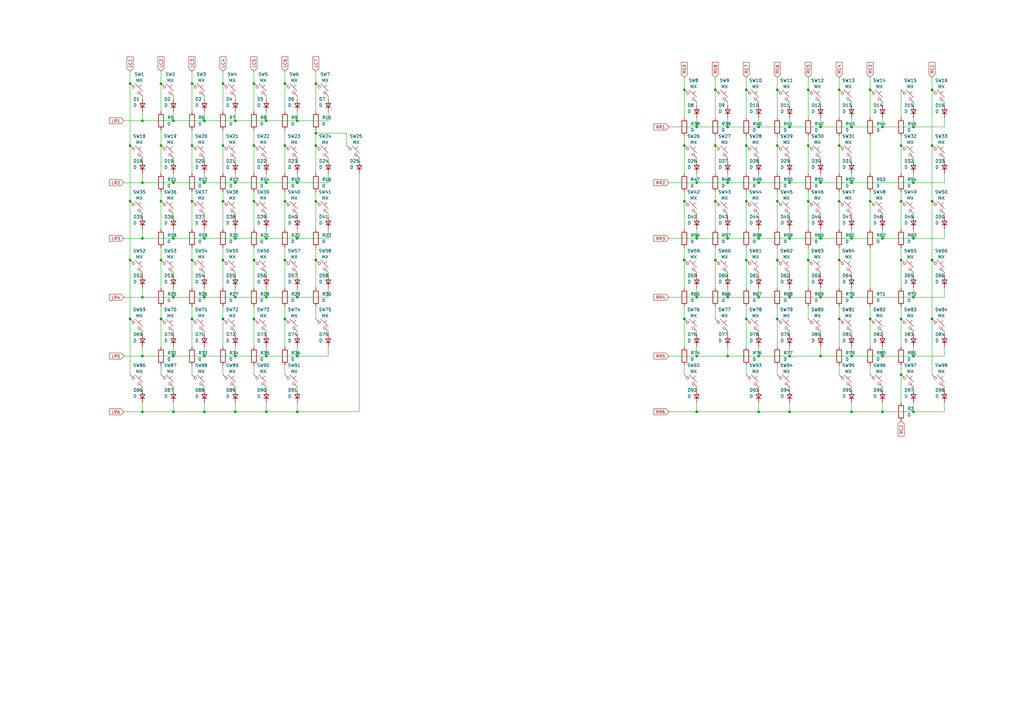
<source format=kicad_sch>
(kicad_sch (version 20230121) (generator eeschema)
  (paper "A3")
  (junction (at 298.45 74.93))
  (junction (at 71.12 74.93))
  (junction (at 311.15 168.91))
  (junction (at 129.54 59.69))
  (junction (at 121.92 97.79))
  (junction (at 83.82 146.05))
  (junction (at 53.34 82.55))
  (junction (at 116.84 82.55))
  (junction (at 71.12 168.91))
  (junction (at 96.52 146.05))
  (junction (at 78.74 34.29))
  (junction (at 331.47 36.83))
  (junction (at 349.25 52.07))
  (junction (at 311.15 52.07))
  (junction (at 121.92 168.91))
  (junction (at 369.57 106.68))
  (junction (at 298.45 97.79))
  (junction (at 369.57 153.67))
  (junction (at 96.52 49.53))
  (junction (at 344.17 36.83))
  (junction (at 83.82 168.91))
  (junction (at 53.34 34.29))
  (junction (at 285.75 121.92))
  (junction (at 349.25 74.93))
  (junction (at 331.47 82.55))
  (junction (at 53.34 59.69))
  (junction (at 96.52 168.91))
  (junction (at 280.67 82.55))
  (junction (at 374.65 146.05))
  (junction (at 285.75 146.05))
  (junction (at 336.55 97.79))
  (junction (at 104.14 34.29))
  (junction (at 129.54 54.61))
  (junction (at 369.57 59.69))
  (junction (at 83.82 74.93))
  (junction (at 323.85 52.07))
  (junction (at 129.54 34.29))
  (junction (at 336.55 121.92))
  (junction (at 311.15 146.05))
  (junction (at 374.65 121.92))
  (junction (at 318.77 36.83))
  (junction (at 285.75 74.93))
  (junction (at 285.75 52.07))
  (junction (at 71.12 121.92))
  (junction (at 116.84 106.68))
  (junction (at 91.44 59.69))
  (junction (at 306.07 106.68))
  (junction (at 104.14 82.55))
  (junction (at 285.75 168.91))
  (junction (at 109.22 121.92))
  (junction (at 318.77 130.81))
  (junction (at 66.04 130.81))
  (junction (at 298.45 52.07))
  (junction (at 109.22 74.93))
  (junction (at 58.42 49.53))
  (junction (at 298.45 121.92))
  (junction (at 306.07 82.55))
  (junction (at 280.67 36.83))
  (junction (at 369.57 130.81))
  (junction (at 66.04 34.29))
  (junction (at 104.14 106.68))
  (junction (at 382.27 106.68))
  (junction (at 323.85 146.05))
  (junction (at 66.04 82.55))
  (junction (at 78.74 59.69))
  (junction (at 285.75 97.79))
  (junction (at 293.37 106.68))
  (junction (at 331.47 106.68))
  (junction (at 96.52 121.92))
  (junction (at 293.37 82.55))
  (junction (at 374.65 74.93))
  (junction (at 53.34 130.81))
  (junction (at 374.65 168.91))
  (junction (at 323.85 74.93))
  (junction (at 361.95 146.05))
  (junction (at 356.87 82.55))
  (junction (at 104.14 130.81))
  (junction (at 344.17 130.81))
  (junction (at 71.12 49.53))
  (junction (at 78.74 106.68))
  (junction (at 318.77 82.55))
  (junction (at 356.87 36.83))
  (junction (at 382.27 82.55))
  (junction (at 96.52 74.93))
  (junction (at 361.95 52.07))
  (junction (at 83.82 121.92))
  (junction (at 109.22 97.79))
  (junction (at 129.54 82.55))
  (junction (at 374.65 52.07))
  (junction (at 349.25 97.79))
  (junction (at 361.95 97.79))
  (junction (at 349.25 146.05))
  (junction (at 344.17 106.68))
  (junction (at 66.04 106.68))
  (junction (at 83.82 49.53))
  (junction (at 280.67 106.68))
  (junction (at 116.84 130.81))
  (junction (at 91.44 106.68))
  (junction (at 374.65 97.79))
  (junction (at 280.67 59.69))
  (junction (at 109.22 146.05))
  (junction (at 116.84 59.69))
  (junction (at 104.14 59.69))
  (junction (at 344.17 82.55))
  (junction (at 336.55 52.07))
  (junction (at 306.07 36.83))
  (junction (at 369.57 82.55))
  (junction (at 91.44 82.55))
  (junction (at 96.52 97.79))
  (junction (at 116.84 34.29))
  (junction (at 349.25 121.92))
  (junction (at 382.27 59.69))
  (junction (at 306.07 59.69))
  (junction (at 91.44 34.29))
  (junction (at 121.92 146.05))
  (junction (at 83.82 97.79))
  (junction (at 58.42 74.93))
  (junction (at 306.07 130.81))
  (junction (at 121.92 74.93))
  (junction (at 58.42 121.92))
  (junction (at 336.55 146.05))
  (junction (at 121.92 121.92))
  (junction (at 129.54 106.68))
  (junction (at 344.17 59.69))
  (junction (at 53.34 106.68))
  (junction (at 382.27 36.83))
  (junction (at 318.77 59.69))
  (junction (at 91.44 130.81))
  (junction (at 58.42 97.79))
  (junction (at 323.85 121.92))
  (junction (at 349.25 168.91))
  (junction (at 331.47 59.69))
  (junction (at 323.85 97.79))
  (junction (at 323.85 168.91))
  (junction (at 298.45 146.05))
  (junction (at 318.77 106.68))
  (junction (at 336.55 74.93))
  (junction (at 293.37 59.69))
  (junction (at 78.74 130.81))
  (junction (at 71.12 97.79))
  (junction (at 109.22 49.53))
  (junction (at 71.12 146.05))
  (junction (at 66.04 59.69))
  (junction (at 382.27 130.81))
  (junction (at 311.15 121.92))
  (junction (at 293.37 36.83))
  (junction (at 311.15 74.93))
  (junction (at 361.95 168.91))
  (junction (at 58.42 168.91))
  (junction (at 311.15 97.79))
  (junction (at 280.67 130.81))
  (junction (at 356.87 130.81))
  (junction (at 109.22 168.91))
  (junction (at 58.42 146.05))
  (junction (at 121.92 49.53))
  (junction (at 78.74 82.55))
  (wire (pts (xy 293.37 106.68) (xy 293.37 118.11)))
  (wire (pts (xy 109.22 137.16) (xy 109.22 135.89)))
  (wire (pts (xy 323.85 43.18) (xy 323.85 41.91)))
  (wire (pts (xy 311.15 52.07) (xy 323.85 52.07)))
  (wire (pts (xy 83.82 168.91) (xy 96.52 168.91)))
  (wire (pts (xy 109.22 146.05) (xy 109.22 142.24)))
  (wire (pts (xy 361.95 146.05) (xy 374.65 146.05)))
  (wire (pts (xy 323.85 121.92) (xy 336.55 121.92)))
  (wire (pts (xy 382.27 130.81) (xy 382.27 153.67)))
  (wire (pts (xy 129.54 106.68) (xy 129.54 101.6)))
  (wire (pts (xy 121.92 49.53) (xy 121.92 45.72)))
  (wire (pts (xy 318.77 106.68) (xy 318.77 118.11)))
  (wire (pts (xy 356.87 125.73) (xy 356.87 130.81)))
  (wire (pts (xy 298.45 97.79) (xy 311.15 97.79)))
  (wire (pts (xy 58.42 97.79) (xy 58.42 93.98)))
  (wire (pts (xy 280.67 101.6) (xy 280.67 106.68)))
  (wire (pts (xy 387.35 146.05) (xy 374.65 146.05)))
  (wire (pts (xy 336.55 97.79) (xy 349.25 97.79)))
  (wire (pts (xy 96.52 113.03) (xy 96.52 111.76)))
  (wire (pts (xy 344.17 59.69) (xy 344.17 71.12)))
  (wire (pts (xy 323.85 52.07) (xy 323.85 48.26)))
  (wire (pts (xy 331.47 82.55) (xy 331.47 93.98)))
  (wire (pts (xy 285.75 97.79) (xy 285.75 93.98)))
  (wire (pts (xy 71.12 97.79) (xy 83.82 97.79)))
  (wire (pts (xy 374.65 66.04) (xy 374.65 64.77)))
  (wire (pts (xy 66.04 29.21) (xy 66.04 34.29)))
  (wire (pts (xy 71.12 160.02) (xy 71.12 158.75)))
  (wire (pts (xy 361.95 97.79) (xy 361.95 93.98)))
  (wire (pts (xy 285.75 146.05) (xy 285.75 142.24)))
  (wire (pts (xy 83.82 121.92) (xy 96.52 121.92)))
  (wire (pts (xy 349.25 88.9) (xy 349.25 87.63)))
  (wire (pts (xy 387.35 118.11) (xy 387.35 121.92)))
  (wire (pts (xy 58.42 160.02) (xy 58.42 158.75)))
  (wire (pts (xy 78.74 82.55) (xy 78.74 93.98)))
  (wire (pts (xy 349.25 121.92) (xy 374.65 121.92)))
  (wire (pts (xy 349.25 43.18) (xy 349.25 41.91)))
  (wire (pts (xy 71.12 74.93) (xy 83.82 74.93)))
  (wire (pts (xy 83.82 88.9) (xy 83.82 87.63)))
  (wire (pts (xy 293.37 31.75) (xy 293.37 36.83)))
  (wire (pts (xy 104.14 78.74) (xy 104.14 82.55)))
  (wire (pts (xy 109.22 66.04) (xy 109.22 64.77)))
  (wire (pts (xy 374.65 146.05) (xy 374.65 142.24)))
  (wire (pts (xy 298.45 74.93) (xy 298.45 71.12)))
  (wire (pts (xy 293.37 125.73) (xy 293.37 130.81)))
  (wire (pts (xy 285.75 52.07) (xy 285.75 48.26)))
  (wire (pts (xy 83.82 97.79) (xy 83.82 93.98)))
  (wire (pts (xy 336.55 113.03) (xy 336.55 111.76)))
  (wire (pts (xy 83.82 146.05) (xy 83.82 142.24)))
  (wire (pts (xy 323.85 88.9) (xy 323.85 87.63)))
  (wire (pts (xy 274.32 168.91) (xy 285.75 168.91)))
  (wire (pts (xy 387.35 137.16) (xy 387.35 135.89)))
  (wire (pts (xy 116.84 82.55) (xy 116.84 93.98)))
  (wire (pts (xy 369.57 153.67) (xy 369.57 165.1)))
  (wire (pts (xy 356.87 101.6) (xy 356.87 118.11)))
  (wire (pts (xy 71.12 66.04) (xy 71.12 64.77)))
  (wire (pts (xy 336.55 121.92) (xy 336.55 118.11)))
  (wire (pts (xy 104.14 59.69) (xy 104.14 71.12)))
  (wire (pts (xy 306.07 101.6) (xy 306.07 106.68)))
  (wire (pts (xy 116.84 125.73) (xy 116.84 130.81)))
  (wire (pts (xy 285.75 168.91) (xy 285.75 165.1)))
  (wire (pts (xy 306.07 130.81) (xy 306.07 142.24)))
  (wire (pts (xy 369.57 149.86) (xy 369.57 153.67)))
  (wire (pts (xy 311.15 74.93) (xy 323.85 74.93)))
  (wire (pts (xy 104.14 53.34) (xy 104.14 59.69)))
  (wire (pts (xy 369.57 130.81) (xy 369.57 142.24)))
  (wire (pts (xy 66.04 106.68) (xy 66.04 118.11)))
  (wire (pts (xy 83.82 121.92) (xy 83.82 118.11)))
  (wire (pts (xy 71.12 168.91) (xy 83.82 168.91)))
  (wire (pts (xy 83.82 146.05) (xy 96.52 146.05)))
  (wire (pts (xy 387.35 71.12) (xy 387.35 74.93)))
  (wire (pts (xy 336.55 97.79) (xy 336.55 93.98)))
  (wire (pts (xy 116.84 106.68) (xy 116.84 118.11)))
  (wire (pts (xy 134.62 121.92) (xy 134.62 118.11)))
  (wire (pts (xy 109.22 74.93) (xy 109.22 71.12)))
  (wire (pts (xy 298.45 97.79) (xy 298.45 93.98)))
  (wire (pts (xy 71.12 146.05) (xy 71.12 142.24)))
  (wire (pts (xy 78.74 130.81) (xy 78.74 142.24)))
  (wire (pts (xy 311.15 97.79) (xy 311.15 93.98)))
  (wire (pts (xy 306.07 125.73) (xy 306.07 130.81)))
  (wire (pts (xy 71.12 121.92) (xy 71.12 118.11)))
  (wire (pts (xy 109.22 40.64) (xy 109.22 39.37)))
  (wire (pts (xy 96.52 74.93) (xy 96.52 71.12)))
  (wire (pts (xy 306.07 78.74) (xy 306.07 82.55)))
  (wire (pts (xy 78.74 101.6) (xy 78.74 106.68)))
  (wire (pts (xy 361.95 146.05) (xy 361.95 142.24)))
  (wire (pts (xy 369.57 59.69) (xy 369.57 71.12)))
  (wire (pts (xy 96.52 97.79) (xy 96.52 93.98)))
  (wire (pts (xy 129.54 118.11) (xy 129.54 106.68)))
  (wire (pts (xy 382.27 31.75) (xy 382.27 36.83)))
  (wire (pts (xy 293.37 36.83) (xy 293.37 48.26)))
  (wire (pts (xy 96.52 88.9) (xy 96.52 87.63)))
  (wire (pts (xy 58.42 40.64) (xy 58.42 39.37)))
  (wire (pts (xy 298.45 137.16) (xy 298.45 135.89)))
  (wire (pts (xy 344.17 36.83) (xy 344.17 48.26)))
  (wire (pts (xy 306.07 55.88) (xy 306.07 59.69)))
  (wire (pts (xy 109.22 121.92) (xy 109.22 118.11)))
  (wire (pts (xy 280.67 55.88) (xy 280.67 59.69)))
  (wire (pts (xy 50.8 74.93) (xy 58.42 74.93)))
  (wire (pts (xy 58.42 88.9) (xy 58.42 87.63)))
  (wire (pts (xy 71.12 40.64) (xy 71.12 39.37)))
  (wire (pts (xy 134.62 49.53) (xy 134.62 45.72)))
  (wire (pts (xy 285.75 137.16) (xy 285.75 135.89)))
  (wire (pts (xy 109.22 97.79) (xy 121.92 97.79)))
  (wire (pts (xy 344.17 125.73) (xy 344.17 130.81)))
  (wire (pts (xy 331.47 125.73) (xy 331.47 130.81)))
  (wire (pts (xy 58.42 66.04) (xy 58.42 64.77)))
  (wire (pts (xy 71.12 121.92) (xy 83.82 121.92)))
  (wire (pts (xy 116.84 78.74) (xy 116.84 82.55)))
  (wire (pts (xy 142.24 54.61) (xy 142.24 59.69)))
  (wire (pts (xy 344.17 101.6) (xy 344.17 106.68)))
  (wire (pts (xy 71.12 97.79) (xy 71.12 93.98)))
  (wire (pts (xy 331.47 101.6) (xy 331.47 106.68)))
  (wire (pts (xy 96.52 49.53) (xy 96.52 45.72)))
  (wire (pts (xy 306.07 59.69) (xy 306.07 71.12)))
  (wire (pts (xy 58.42 113.03) (xy 58.42 111.76)))
  (wire (pts (xy 336.55 43.18) (xy 336.55 41.91)))
  (wire (pts (xy 96.52 146.05) (xy 109.22 146.05)))
  (wire (pts (xy 374.65 74.93) (xy 387.35 74.93)))
  (wire (pts (xy 58.42 97.79) (xy 71.12 97.79)))
  (wire (pts (xy 104.14 82.55) (xy 104.14 93.98)))
  (wire (pts (xy 91.44 78.74) (xy 91.44 82.55)))
  (wire (pts (xy 53.34 34.29) (xy 53.34 59.69)))
  (wire (pts (xy 83.82 49.53) (xy 83.82 45.72)))
  (wire (pts (xy 78.74 34.29) (xy 78.74 45.72)))
  (wire (pts (xy 374.65 121.92) (xy 387.35 121.92)))
  (wire (pts (xy 121.92 97.79) (xy 121.92 93.98)))
  (wire (pts (xy 298.45 113.03) (xy 298.45 111.76)))
  (wire (pts (xy 274.32 74.93) (xy 285.75 74.93)))
  (wire (pts (xy 336.55 74.93) (xy 336.55 71.12)))
  (wire (pts (xy 382.27 59.69) (xy 382.27 82.55)))
  (wire (pts (xy 293.37 78.74) (xy 293.37 82.55)))
  (wire (pts (xy 374.65 168.91) (xy 361.95 168.91)))
  (wire (pts (xy 344.17 78.74) (xy 344.17 82.55)))
  (wire (pts (xy 121.92 168.91) (xy 147.32 168.91)))
  (wire (pts (xy 58.42 49.53) (xy 58.42 45.72)))
  (wire (pts (xy 374.65 74.93) (xy 374.65 71.12)))
  (wire (pts (xy 134.62 88.9) (xy 134.62 87.63)))
  (wire (pts (xy 66.04 59.69) (xy 66.04 71.12)))
  (wire (pts (xy 311.15 52.07) (xy 311.15 48.26)))
  (wire (pts (xy 349.25 168.91) (xy 361.95 168.91)))
  (wire (pts (xy 71.12 168.91) (xy 71.12 165.1)))
  (wire (pts (xy 298.45 88.9) (xy 298.45 87.63)))
  (wire (pts (xy 109.22 160.02) (xy 109.22 158.75)))
  (wire (pts (xy 91.44 101.6) (xy 91.44 106.68)))
  (wire (pts (xy 349.25 121.92) (xy 349.25 118.11)))
  (wire (pts (xy 129.54 93.98) (xy 129.54 82.55)))
  (wire (pts (xy 306.07 82.55) (xy 306.07 93.98)))
  (wire (pts (xy 129.54 78.74) (xy 129.54 82.55)))
  (wire (pts (xy 318.77 125.73) (xy 318.77 130.81)))
  (wire (pts (xy 356.87 149.86) (xy 356.87 153.67)))
  (wire (pts (xy 109.22 168.91) (xy 121.92 168.91)))
  (wire (pts (xy 96.52 66.04) (xy 96.52 64.77)))
  (wire (pts (xy 311.15 137.16) (xy 311.15 135.89)))
  (wire (pts (xy 96.52 121.92) (xy 96.52 118.11)))
  (wire (pts (xy 104.14 125.73) (xy 104.14 130.81)))
  (wire (pts (xy 129.54 59.69) (xy 129.54 71.12)))
  (wire (pts (xy 121.92 168.91) (xy 121.92 165.1)))
  (wire (pts (xy 109.22 168.91) (xy 109.22 165.1)))
  (wire (pts (xy 280.67 130.81) (xy 280.67 142.24)))
  (wire (pts (xy 274.32 146.05) (xy 285.75 146.05)))
  (wire (pts (xy 361.95 160.02) (xy 361.95 158.75)))
  (wire (pts (xy 318.77 55.88) (xy 318.77 59.69)))
  (wire (pts (xy 344.17 130.81) (xy 344.17 142.24)))
  (wire (pts (xy 83.82 66.04) (xy 83.82 64.77)))
  (wire (pts (xy 116.84 53.34) (xy 116.84 59.69)))
  (wire (pts (xy 66.04 125.73) (xy 66.04 130.81)))
  (wire (pts (xy 387.35 88.9) (xy 387.35 87.63)))
  (wire (pts (xy 369.57 106.68) (xy 369.57 118.11)))
  (wire (pts (xy 53.34 82.55) (xy 53.34 106.68)))
  (wire (pts (xy 323.85 121.92) (xy 323.85 118.11)))
  (wire (pts (xy 374.65 137.16) (xy 374.65 135.89)))
  (wire (pts (xy 336.55 146.05) (xy 336.55 142.24)))
  (wire (pts (xy 121.92 74.93) (xy 134.62 74.93)))
  (wire (pts (xy 91.44 130.81) (xy 91.44 142.24)))
  (wire (pts (xy 134.62 113.03) (xy 134.62 111.76)))
  (wire (pts (xy 121.92 121.92) (xy 134.62 121.92)))
  (wire (pts (xy 109.22 113.03) (xy 109.22 111.76)))
  (wire (pts (xy 336.55 146.05) (xy 349.25 146.05)))
  (wire (pts (xy 121.92 40.64) (xy 121.92 39.37)))
  (wire (pts (xy 83.82 49.53) (xy 96.52 49.53)))
  (wire (pts (xy 66.04 149.86) (xy 66.04 153.67)))
  (wire (pts (xy 323.85 97.79) (xy 323.85 93.98)))
  (wire (pts (xy 285.75 88.9) (xy 285.75 87.63)))
  (wire (pts (xy 116.84 101.6) (xy 116.84 106.68)))
  (wire (pts (xy 374.65 52.07) (xy 387.35 52.07)))
  (wire (pts (xy 58.42 74.93) (xy 71.12 74.93)))
  (wire (pts (xy 387.35 97.79) (xy 387.35 93.98)))
  (wire (pts (xy 311.15 121.92) (xy 323.85 121.92)))
  (wire (pts (xy 285.75 146.05) (xy 298.45 146.05)))
  (wire (pts (xy 344.17 149.86) (xy 344.17 153.67)))
  (wire (pts (xy 58.42 168.91) (xy 58.42 165.1)))
  (wire (pts (xy 121.92 97.79) (xy 134.62 97.79)))
  (wire (pts (xy 280.67 31.75) (xy 280.67 36.83)))
  (wire (pts (xy 318.77 101.6) (xy 318.77 106.68)))
  (wire (pts (xy 83.82 113.03) (xy 83.82 111.76)))
  (wire (pts (xy 374.65 121.92) (xy 374.65 118.11)))
  (wire (pts (xy 323.85 146.05) (xy 336.55 146.05)))
  (wire (pts (xy 349.25 52.07) (xy 349.25 48.26)))
  (wire (pts (xy 344.17 106.68) (xy 344.17 118.11)))
  (wire (pts (xy 361.95 52.07) (xy 361.95 48.26)))
  (wire (pts (xy 71.12 88.9) (xy 71.12 87.63)))
  (wire (pts (xy 58.42 168.91) (xy 71.12 168.91)))
  (wire (pts (xy 374.65 113.03) (xy 374.65 111.76)))
  (wire (pts (xy 66.04 53.34) (xy 66.04 59.69)))
  (wire (pts (xy 66.04 82.55) (xy 66.04 93.98)))
  (wire (pts (xy 58.42 49.53) (xy 71.12 49.53)))
  (wire (pts (xy 280.67 149.86) (xy 280.67 153.67)))
  (wire (pts (xy 83.82 40.64) (xy 83.82 39.37)))
  (wire (pts (xy 349.25 137.16) (xy 349.25 135.89)))
  (wire (pts (xy 361.95 88.9) (xy 361.95 87.63)))
  (wire (pts (xy 58.42 121.92) (xy 58.42 118.11)))
  (wire (pts (xy 121.92 66.04) (xy 121.92 64.77)))
  (wire (pts (xy 311.15 66.04) (xy 311.15 64.77)))
  (wire (pts (xy 104.14 106.68) (xy 104.14 118.11)))
  (wire (pts (xy 104.14 34.29) (xy 104.14 45.72)))
  (wire (pts (xy 349.25 66.04) (xy 349.25 64.77)))
  (wire (pts (xy 374.65 97.79) (xy 374.65 93.98)))
  (wire (pts (xy 349.25 146.05) (xy 361.95 146.05)))
  (wire (pts (xy 285.75 66.04) (xy 285.75 64.77)))
  (wire (pts (xy 311.15 74.93) (xy 311.15 71.12)))
  (wire (pts (xy 311.15 121.92) (xy 311.15 118.11)))
  (wire (pts (xy 374.65 52.07) (xy 361.95 52.07)))
  (wire (pts (xy 323.85 52.07) (xy 336.55 52.07)))
  (wire (pts (xy 323.85 97.79) (xy 336.55 97.79)))
  (wire (pts (xy 336.55 74.93) (xy 349.25 74.93)))
  (wire (pts (xy 318.77 78.74) (xy 318.77 82.55)))
  (wire (pts (xy 71.12 113.03) (xy 71.12 111.76)))
  (wire (pts (xy 382.27 106.68) (xy 382.27 130.81)))
  (wire (pts (xy 369.57 82.55) (xy 369.57 93.98)))
  (wire (pts (xy 311.15 168.91) (xy 311.15 165.1)))
  (wire (pts (xy 349.25 113.03) (xy 349.25 111.76)))
  (wire (pts (xy 116.84 29.21) (xy 116.84 34.29)))
  (wire (pts (xy 349.25 146.05) (xy 349.25 142.24)))
  (wire (pts (xy 349.25 74.93) (xy 374.65 74.93)))
  (wire (pts (xy 331.47 59.69) (xy 331.47 71.12)))
  (wire (pts (xy 336.55 52.07) (xy 336.55 48.26)))
  (wire (pts (xy 53.34 106.68) (xy 53.34 130.81)))
  (wire (pts (xy 361.95 97.79) (xy 374.65 97.79)))
  (wire (pts (xy 374.65 43.18) (xy 374.65 41.91)))
  (wire (pts (xy 83.82 74.93) (xy 96.52 74.93)))
  (wire (pts (xy 58.42 146.05) (xy 71.12 146.05)))
  (wire (pts (xy 298.45 66.04) (xy 298.45 64.77)))
  (wire (pts (xy 134.62 74.93) (xy 134.62 71.12)))
  (wire (pts (xy 109.22 88.9) (xy 109.22 87.63)))
  (wire (pts (xy 104.14 101.6) (xy 104.14 106.68)))
  (wire (pts (xy 349.25 97.79) (xy 349.25 93.98)))
  (wire (pts (xy 96.52 168.91) (xy 109.22 168.91)))
  (wire (pts (xy 331.47 55.88) (xy 331.47 59.69)))
  (wire (pts (xy 387.35 168.91) (xy 387.35 165.1)))
  (wire (pts (xy 121.92 88.9) (xy 121.92 87.63)))
  (wire (pts (xy 387.35 160.02) (xy 387.35 158.75)))
  (wire (pts (xy 134.62 137.16) (xy 134.62 135.89)))
  (wire (pts (xy 96.52 121.92) (xy 109.22 121.92)))
  (wire (pts (xy 121.92 160.02) (xy 121.92 158.75)))
  (wire (pts (xy 83.82 160.02) (xy 83.82 158.75)))
  (wire (pts (xy 336.55 66.04) (xy 336.55 64.77)))
  (wire (pts (xy 274.32 52.07) (xy 285.75 52.07)))
  (wire (pts (xy 116.84 149.86) (xy 116.84 153.67)))
  (wire (pts (xy 91.44 34.29) (xy 91.44 45.72)))
  (wire (pts (xy 78.74 53.34) (xy 78.74 59.69)))
  (wire (pts (xy 129.54 29.21) (xy 129.54 34.29)))
  (wire (pts (xy 285.75 121.92) (xy 285.75 118.11)))
  (wire (pts (xy 323.85 66.04) (xy 323.85 64.77)))
  (wire (pts (xy 285.75 168.91) (xy 311.15 168.91)))
  (wire (pts (xy 274.32 97.79) (xy 285.75 97.79)))
  (wire (pts (xy 344.17 82.55) (xy 344.17 93.98)))
  (wire (pts (xy 285.75 160.02) (xy 285.75 158.75)))
  (wire (pts (xy 129.54 54.61) (xy 142.24 54.61)))
  (wire (pts (xy 374.65 97.79) (xy 387.35 97.79)))
  (wire (pts (xy 356.87 31.75) (xy 356.87 36.83)))
  (wire (pts (xy 311.15 146.05) (xy 311.15 142.24)))
  (wire (pts (xy 336.55 121.92) (xy 349.25 121.92)))
  (wire (pts (xy 298.45 146.05) (xy 311.15 146.05)))
  (wire (pts (xy 298.45 121.92) (xy 298.45 118.11)))
  (wire (pts (xy 285.75 43.18) (xy 285.75 41.91)))
  (wire (pts (xy 78.74 125.73) (xy 78.74 130.81)))
  (wire (pts (xy 78.74 106.68) (xy 78.74 118.11)))
  (wire (pts (xy 280.67 36.83) (xy 280.67 48.26)))
  (wire (pts (xy 71.12 49.53) (xy 71.12 45.72)))
  (wire (pts (xy 147.32 71.12) (xy 147.32 168.91)))
  (wire (pts (xy 121.92 137.16) (xy 121.92 135.89)))
  (wire (pts (xy 323.85 168.91) (xy 311.15 168.91)))
  (wire (pts (xy 129.54 54.61) (xy 129.54 59.69)))
  (wire (pts (xy 53.34 130.81) (xy 53.34 153.67)))
  (wire (pts (xy 121.92 49.53) (xy 134.62 49.53)))
  (wire (pts (xy 58.42 137.16) (xy 58.42 135.89)))
  (wire (pts (xy 78.74 29.21) (xy 78.74 34.29)))
  (wire (pts (xy 374.65 160.02) (xy 374.65 158.75)))
  (wire (pts (xy 66.04 101.6) (xy 66.04 106.68)))
  (wire (pts (xy 298.45 146.05) (xy 298.45 142.24)))
  (wire (pts (xy 78.74 59.69) (xy 78.74 71.12)))
  (wire (pts (xy 147.32 64.77) (xy 147.32 66.04)))
  (wire (pts (xy 134.62 97.79) (xy 134.62 93.98)))
  (wire (pts (xy 104.14 149.86) (xy 104.14 153.67)))
  (wire (pts (xy 306.07 106.68) (xy 306.07 118.11)))
  (wire (pts (xy 374.65 168.91) (xy 387.35 168.91)))
  (wire (pts (xy 285.75 74.93) (xy 285.75 71.12)))
  (wire (pts (xy 356.87 55.88) (xy 356.87 71.12)))
  (wire (pts (xy 298.45 74.93) (xy 311.15 74.93)))
  (wire (pts (xy 53.34 59.69) (xy 53.34 82.55)))
  (wire (pts (xy 121.92 146.05) (xy 121.92 142.24)))
  (wire (pts (xy 336.55 137.16) (xy 336.55 135.89)))
  (wire (pts (xy 331.47 78.74) (xy 331.47 82.55)))
  (wire (pts (xy 116.84 59.69) (xy 116.84 71.12)))
  (wire (pts (xy 280.67 106.68) (xy 280.67 118.11)))
  (wire (pts (xy 280.67 78.74) (xy 280.67 82.55)))
  (wire (pts (xy 356.87 130.81) (xy 356.87 142.24)))
  (wire (pts (xy 298.45 52.07) (xy 298.45 48.26)))
  (wire (pts (xy 96.52 160.02) (xy 96.52 158.75)))
  (wire (pts (xy 318.77 36.83) (xy 318.77 48.26)))
  (wire (pts (xy 91.44 53.34) (xy 91.44 59.69)))
  (wire (pts (xy 369.57 55.88) (xy 369.57 59.69)))
  (wire (pts (xy 318.77 31.75) (xy 318.77 36.83)))
  (wire (pts (xy 129.54 53.34) (xy 129.54 54.61)))
  (wire (pts (xy 58.42 121.92) (xy 71.12 121.92)))
  (wire (pts (xy 66.04 78.74) (xy 66.04 82.55)))
  (wire (pts (xy 91.44 125.73) (xy 91.44 130.81)))
  (wire (pts (xy 311.15 43.18) (xy 311.15 41.91)))
  (wire (pts (xy 129.54 34.29) (xy 129.54 45.72)))
  (wire (pts (xy 323.85 168.91) (xy 349.25 168.91)))
  (wire (pts (xy 318.77 59.69) (xy 318.77 71.12)))
  (wire (pts (xy 298.45 43.18) (xy 298.45 41.91)))
  (wire (pts (xy 387.35 43.18) (xy 387.35 41.91)))
  (wire (pts (xy 293.37 59.69) (xy 293.37 71.12)))
  (wire (pts (xy 311.15 88.9) (xy 311.15 87.63)))
  (wire (pts (xy 91.44 149.86) (xy 91.44 153.67)))
  (wire (pts (xy 293.37 55.88) (xy 293.37 59.69)))
  (wire (pts (xy 116.84 130.81) (xy 116.84 142.24)))
  (wire (pts (xy 83.82 97.79) (xy 96.52 97.79)))
  (wire (pts (xy 387.35 66.04) (xy 387.35 64.77)))
  (wire (pts (xy 369.57 101.6) (xy 369.57 106.68)))
  (wire (pts (xy 91.44 59.69) (xy 91.44 71.12)))
  (wire (pts (xy 104.14 29.21) (xy 104.14 34.29)))
  (wire (pts (xy 285.75 113.03) (xy 285.75 111.76)))
  (wire (pts (xy 280.67 125.73) (xy 280.67 130.81)))
  (wire (pts (xy 109.22 74.93) (xy 121.92 74.93)))
  (wire (pts (xy 58.42 146.05) (xy 58.42 142.24)))
  (wire (pts (xy 387.35 146.05) (xy 387.35 142.24)))
  (wire (pts (xy 318.77 149.86) (xy 318.77 153.67)))
  (wire (pts (xy 382.27 82.55) (xy 382.27 106.68)))
  (wire (pts (xy 323.85 74.93) (xy 323.85 71.12)))
  (wire (pts (xy 96.52 168.91) (xy 96.52 165.1)))
  (wire (pts (xy 53.34 29.21) (xy 53.34 34.29)))
  (wire (pts (xy 109.22 49.53) (xy 96.52 49.53)))
  (wire (pts (xy 323.85 168.91) (xy 323.85 165.1)))
  (wire (pts (xy 323.85 113.03) (xy 323.85 111.76)))
  (wire (pts (xy 50.8 97.79) (xy 58.42 97.79)))
  (wire (pts (xy 71.12 49.53) (xy 83.82 49.53)))
  (wire (pts (xy 50.8 168.91) (xy 58.42 168.91)))
  (wire (pts (xy 96.52 137.16) (xy 96.52 135.89)))
  (wire (pts (xy 134.62 40.64) (xy 134.62 39.37)))
  (wire (pts (xy 83.82 137.16) (xy 83.82 135.89)))
  (wire (pts (xy 129.54 130.81) (xy 129.54 125.73)))
  (wire (pts (xy 109.22 146.05) (xy 121.92 146.05)))
  (wire (pts (xy 50.8 146.05) (xy 58.42 146.05)))
  (wire (pts (xy 274.32 121.92) (xy 285.75 121.92)))
  (wire (pts (xy 66.04 34.29) (xy 66.04 45.72)))
  (wire (pts (xy 91.44 82.55) (xy 91.44 93.98)))
  (wire (pts (xy 306.07 149.86) (xy 306.07 153.67)))
  (wire (pts (xy 374.65 168.91) (xy 374.65 165.1)))
  (wire (pts (xy 121.92 49.53) (xy 109.22 49.53)))
  (wire (pts (xy 96.52 97.79) (xy 109.22 97.79)))
  (wire (pts (xy 285.75 121.92) (xy 298.45 121.92)))
  (wire (pts (xy 121.92 74.93) (xy 121.92 71.12)))
  (wire (pts (xy 134.62 146.05) (xy 134.62 142.24)))
  (wire (pts (xy 336.55 88.9) (xy 336.55 87.63)))
  (wire (pts (xy 311.15 97.79) (xy 323.85 97.79)))
  (wire (pts (xy 369.57 125.73) (xy 369.57 130.81)))
  (wire (pts (xy 344.17 55.88) (xy 344.17 59.69)))
  (wire (pts (xy 311.15 113.03) (xy 311.15 111.76)))
  (wire (pts (xy 280.67 82.55) (xy 280.67 93.98)))
  (wire (pts (xy 374.65 52.07) (xy 374.65 48.26)))
  (wire (pts (xy 109.22 121.92) (xy 121.92 121.92)))
  (wire (pts (xy 323.85 74.93) (xy 336.55 74.93)))
  (wire (pts (xy 349.25 160.02) (xy 349.25 158.75)))
  (wire (pts (xy 306.07 31.75) (xy 306.07 36.83)))
  (wire (pts (xy 116.84 34.29) (xy 116.84 45.72)))
  (wire (pts (xy 50.8 49.53) (xy 58.42 49.53)))
  (wire (pts (xy 387.35 113.03) (xy 387.35 111.76)))
  (wire (pts (xy 71.12 137.16) (xy 71.12 135.89)))
  (wire (pts (xy 71.12 146.05) (xy 83.82 146.05)))
  (wire (pts (xy 121.92 146.05) (xy 134.62 146.05)))
  (wire (pts (xy 58.42 74.93) (xy 58.42 71.12)))
  (wire (pts (xy 121.92 121.92) (xy 121.92 118.11)))
  (wire (pts (xy 369.57 36.83) (xy 369.57 48.26)))
  (wire (pts (xy 285.75 74.93) (xy 298.45 74.93)))
  (wire (pts (xy 109.22 49.53) (xy 109.22 45.72)))
  (wire (pts (xy 104.14 130.81) (xy 104.14 142.24)))
  (wire (pts (xy 331.47 106.68) (xy 331.47 118.11)))
  (wire (pts (xy 344.17 31.75) (xy 344.17 36.83)))
  (wire (pts (xy 311.15 146.05) (xy 323.85 146.05)))
  (wire (pts (xy 323.85 160.02) (xy 323.85 158.75)))
  (wire (pts (xy 91.44 29.21) (xy 91.44 34.29)))
  (wire (pts (xy 50.8 121.92) (xy 58.42 121.92)))
  (wire (pts (xy 293.37 101.6) (xy 293.37 106.68)))
  (wire (pts (xy 331.47 31.75) (xy 331.47 36.83)))
  (wire (pts (xy 293.37 82.55) (xy 293.37 93.98)))
  (wire (pts (xy 71.12 74.93) (xy 71.12 71.12)))
  (wire (pts (xy 374.65 88.9) (xy 374.65 87.63)))
  (wire (pts (xy 349.25 97.79) (xy 361.95 97.79)))
  (wire (pts (xy 78.74 149.86) (xy 78.74 153.67)))
  (wire (pts (xy 109.22 97.79) (xy 109.22 93.98)))
  (wire (pts (xy 382.27 36.83) (xy 382.27 59.69)))
  (wire (pts (xy 91.44 106.68) (xy 91.44 118.11)))
  (wire (pts (xy 361.95 137.16) (xy 361.95 135.89)))
  (wire (pts (xy 336.55 52.07) (xy 349.25 52.07)))
  (wire (pts (xy 66.04 130.81) (xy 66.04 142.24)))
  (wire (pts (xy 356.87 78.74) (xy 356.87 82.55)))
  (wire (pts (xy 134.62 66.04) (xy 134.62 64.77)))
  (wire (pts (xy 318.77 130.81) (xy 318.77 142.24)))
  (wire (pts (xy 323.85 137.16) (xy 323.85 135.89)))
  (wire (pts (xy 280.67 59.69) (xy 280.67 71.12)))
  (wire (pts (xy 349.25 74.93) (xy 349.25 71.12)))
  (wire (pts (xy 96.52 40.64) (xy 96.52 39.37)))
  (wire (pts (xy 298.45 52.07) (xy 311.15 52.07)))
  (wire (pts (xy 323.85 146.05) (xy 323.85 142.24)))
  (wire (pts (xy 298.45 121.92) (xy 311.15 121.92)))
  (wire (pts (xy 96.52 74.93) (xy 109.22 74.93)))
  (wire (pts (xy 369.57 78.74) (xy 369.57 82.55)))
  (wire (pts (xy 349.25 52.07) (xy 361.95 52.07)))
  (wire (pts (xy 83.82 168.91) (xy 83.82 165.1)))
  (wire (pts (xy 318.77 82.55) (xy 318.77 93.98)))
  (wire (pts (xy 331.47 36.83) (xy 331.47 48.26)))
  (wire (pts (xy 306.07 36.83) (xy 306.07 48.26)))
  (wire (pts (xy 356.87 36.83) (xy 356.87 48.26)))
  (wire (pts (xy 78.74 78.74) (xy 78.74 82.55)))
  (wire (pts (xy 285.75 97.79) (xy 298.45 97.79)))
  (wire (pts (xy 349.25 168.91) (xy 349.25 165.1)))
  (wire (pts (xy 311.15 160.02) (xy 311.15 158.75)))
  (wire (pts (xy 285.75 52.07) (xy 298.45 52.07)))
  (wire (pts (xy 361.95 168.91) (xy 361.95 165.1)))
  (wire (pts (xy 361.95 43.18) (xy 361.95 41.91)))
  (wire (pts (xy 121.92 113.03) (xy 121.92 111.76)))
  (wire (pts (xy 83.82 74.93) (xy 83.82 71.12)))
  (wire (pts (xy 356.87 82.55) (xy 356.87 93.98)))
  (wire (pts (xy 96.52 146.05) (xy 96.52 142.24)))
  (wire (pts (xy 387.35 48.26) (xy 387.35 52.07)))
  (global_label "RC7" (shape input) (at 306.07 31.75 90) (property "Intersheetrefs" "${INTERSHEET_REFS}" (effects hide)))
  (global_label "RR5" (shape input) (at 274.32 146.05 180) (property "Intersheetrefs" "${INTERSHEET_REFS}" (effects hide)))
  (global_label "LR1" (shape input) (at 50.8 49.53 180) (property "Intersheetrefs" "${INTERSHEET_REFS}" (effects hide)))
  (global_label "LC7" (shape input) (at 129.54 29.21 90) (property "Intersheetrefs" "${INTERSHEET_REFS}" (effects hide)))
  (global_label "RC6" (shape input) (at 318.77 31.75 90) (property "Intersheetrefs" "${INTERSHEET_REFS}" (effects hide)))
  (global_label "LR3" (shape input) (at 50.8 97.79 180) (property "Intersheetrefs" "${INTERSHEET_REFS}" (effects hide)))
  (global_label "RC3" (shape input) (at 356.87 31.75 90) (property "Intersheetrefs" "${INTERSHEET_REFS}" (effects hide)))
  (global_label "LR5" (shape input) (at 50.8 146.05 180) (property "Intersheetrefs" "${INTERSHEET_REFS}" (effects hide)))
  (global_label "RC9" (shape input) (at 280.67 31.75 90) (property "Intersheetrefs" "${INTERSHEET_REFS}" (effects hide)))
  (global_label "LC2" (shape input) (at 66.04 29.21 90) (property "Intersheetrefs" "${INTERSHEET_REFS}" (effects hide)))
  (global_label "LR4" (shape input) (at 50.8 121.92 180) (property "Intersheetrefs" "${INTERSHEET_REFS}" (effects hide)))
  (global_label "RC1" (shape input) (at 382.27 31.75 90) (property "Intersheetrefs" "${INTERSHEET_REFS}" (effects hide)))
  (global_label "LC3" (shape input) (at 78.74 29.21 90) (property "Intersheetrefs" "${INTERSHEET_REFS}" (effects hide)))
  (global_label "LC6" (shape input) (at 116.84 29.21 90) (property "Intersheetrefs" "${INTERSHEET_REFS}" (effects hide)))
  (global_label "RR2" (shape input) (at 274.32 74.93 180) (property "Intersheetrefs" "${INTERSHEET_REFS}" (effects hide)))
  (global_label "RR6" (shape input) (at 274.32 168.91 180) (property "Intersheetrefs" "${INTERSHEET_REFS}" (effects hide)))
  (global_label "RR1" (shape input) (at 274.32 52.07 180) (property "Intersheetrefs" "${INTERSHEET_REFS}" (effects hide)))
  (global_label "RC8" (shape input) (at 293.37 31.75 90) (property "Intersheetrefs" "${INTERSHEET_REFS}" (effects hide)))
  (global_label "RC4" (shape input) (at 344.17 31.75 90) (property "Intersheetrefs" "${INTERSHEET_REFS}" (effects hide)))
  (global_label "RC5" (shape input) (at 331.47 31.75 90) (property "Intersheetrefs" "${INTERSHEET_REFS}" (effects hide)))
  (global_label "RR3" (shape input) (at 274.32 97.79 180) (property "Intersheetrefs" "${INTERSHEET_REFS}" (effects hide)))
  (global_label "LC5" (shape input) (at 104.14 29.21 90) (property "Intersheetrefs" "${INTERSHEET_REFS}" (effects hide)))
  (global_label "RR4" (shape input) (at 274.32 121.92 180) (property "Intersheetrefs" "${INTERSHEET_REFS}" (effects hide)))
  (global_label "LC1" (shape input) (at 53.34 29.21 90) (property "Intersheetrefs" "${INTERSHEET_REFS}" (effects hide)))
  (global_label "LR2" (shape input) (at 50.8 74.93 180) (property "Intersheetrefs" "${INTERSHEET_REFS}" (effects hide)))
  (global_label "LR6" (shape input) (at 50.8 168.91 180) (property "Intersheetrefs" "${INTERSHEET_REFS}" (effects hide)))
  (global_label "RC2" (shape input) (at 369.57 172.72 270) (property "Intersheetrefs" "${INTERSHEET_REFS}" (effects hide)))
  (global_label "LC4" (shape input) (at 91.44 29.21 90) (property "Intersheetrefs" "${INTERSHEET_REFS}" (effects hide)))
  (symbol (lib_id "Device:D_Small") (at 134.62 43.18 90) (unit 1)
    (property "Reference" "D7" (at 130.81 40.64 90) (effects (justify right)))
    (property "Value" "D" (at 130.81 43.18 90) (effects (justify right)))
    (property "Footprint" "Diode_SMD:D_MiniMELF_Handsoldering" (effects hide))
    (property "Sim.Device" "D" (effects hide))
    (property "Sim.Pins" "1=K 2=A" (effects hide))
  )
  (symbol (lib_id "Device:D_Small") (at 71.12 162.56 90) (unit 1)
    (property "Reference" "D87" (at 67.31 160.02 90) (effects (justify right)))
    (property "Value" "D" (at 67.31 162.56 90) (effects (justify right)))
    (property "Footprint" "Diode_SMD:D_MiniMELF_Handsoldering" (effects hide))
    (property "Sim.Device" "D" (effects hide))
    (property "Sim.Pins" "1=K 2=A" (effects hide))
  )
  (symbol (lib_id "Device:R") (at 116.84 146.05 0) (unit 1)
    (property "Reference" "R36" (at 119.38 144.78 0) (effects (justify left)))
    (property "Value" "0" (at 119.38 147.32 0) (effects (justify left)))
    (property "Footprint" "Resistor_SMD:R_2512_6332Metric_Pad1.40x3.35mm_HandSolder" (effects hide))
  )
  (symbol (lib_id "PCM_marbastlib-mx:MX_SW_solder") (at 346.71 109.22 0) (unit 1)
    (property "Reference" "SW64" (at 347.98 102.87 0))
    (property "Value" "MX" (at 347.98 105.41 0))
    (property "Footprint" "Button_Switch_Keyboard:SW_Cherry_MX_1.00u_PCB" (effects hide))
  )
  (symbol (lib_id "Device:R") (at 318.77 121.92 0) (unit 1)
    (property "Reference" "R68" (at 321.31 120.65 0) (effects (justify left)))
    (property "Value" "0" (at 321.31 123.19 0) (effects (justify left)))
    (property "Footprint" "Resistor_SMD:R_2512_6332Metric_Pad1.40x3.35mm_HandSolder" (effects hide))
  )
  (symbol (lib_id "Device:D_Small") (at 387.35 68.58 90) (unit 1)
    (property "Reference" "D33" (at 383.54 66.04 90) (effects (justify right)))
    (property "Value" "D" (at 383.54 68.58 90) (effects (justify right)))
    (property "Footprint" "Diode_SMD:D_MiniMELF_Handsoldering" (effects hide))
    (property "Sim.Device" "D" (effects hide))
    (property "Sim.Pins" "1=K 2=A" (effects hide))
  )
  (symbol (lib_id "PCM_marbastlib-mx:MX_SW_solder") (at 132.08 36.83 0) (unit 1)
    (property "Reference" "SW7" (at 133.35 30.48 0))
    (property "Value" "MX" (at 133.35 33.02 0))
    (property "Footprint" "Button_Switch_Keyboard:SW_Cherry_MX_1.00u_PCB" (effects hide))
  )
  (symbol (lib_id "Device:D_Small") (at 361.95 162.56 90) (unit 1)
    (property "Reference" "D96" (at 358.14 160.02 90) (effects (justify right)))
    (property "Value" "D" (at 358.14 162.56 90) (effects (justify right)))
    (property "Footprint" "Diode_SMD:D_MiniMELF_Handsoldering" (effects hide))
    (property "Sim.Device" "D" (effects hide))
    (property "Sim.Pins" "1=K 2=A" (effects hide))
  )
  (symbol (lib_id "Device:D_Small") (at 387.35 45.72 90) (unit 1)
    (property "Reference" "D16" (at 383.54 43.18 90) (effects (justify right)))
    (property "Value" "D" (at 383.54 45.72 90) (effects (justify right)))
    (property "Footprint" "Diode_SMD:D_MiniMELF_Handsoldering" (effects hide))
    (property "Sim.Device" "D" (effects hide))
    (property "Sim.Pins" "1=K 2=A" (effects hide))
  )
  (symbol (lib_id "PCM_marbastlib-mx:MX_SW_solder") (at 119.38 109.22 0) (unit 1)
    (property "Reference" "SW57" (at 120.65 102.87 0))
    (property "Value" "MX" (at 120.65 105.41 0))
    (property "Footprint" "Button_Switch_Keyboard:SW_Cherry_MX_1.00u_PCB" (effects hide))
  )
  (symbol (lib_id "Device:R") (at 129.54 121.92 0) (unit 1)
    (property "Reference" "R30" (at 132.08 120.65 0) (effects (justify left)))
    (property "Value" "0" (at 132.08 123.19 0) (effects (justify left)))
    (property "Footprint" "Resistor_SMD:R_2512_6332Metric_Pad1.40x3.35mm_HandSolder" (effects hide))
  )
  (symbol (lib_id "PCM_marbastlib-mx:MX_SW_solder") (at 384.81 133.35 0) (unit 1)
    (property "Reference" "SW84" (at 386.08 127 0))
    (property "Value" "MX" (at 386.08 129.54 0))
    (property "Footprint" "Button_Switch_Keyboard:SW_Cherry_MX_1.00u_PCB" (effects hide))
  )
  (symbol (lib_id "Device:R") (at 369.57 121.92 0) (unit 1)
    (property "Reference" "R72" (at 372.11 120.65 0) (effects (justify left)))
    (property "Value" "0" (at 372.11 123.19 0) (effects (justify left)))
    (property "Footprint" "Resistor_SMD:R_2512_6332Metric_Pad1.40x3.35mm_HandSolder" (effects hide))
  )
  (symbol (lib_id "PCM_marbastlib-mx:MX_SW_solder") (at 68.58 109.22 0) (unit 1)
    (property "Reference" "SW53" (at 69.85 102.87 0))
    (property "Value" "MX" (at 69.85 105.41 0))
    (property "Footprint" "Button_Switch_Keyboard:SW_Cherry_MX_1.00u_PCB" (effects hide))
  )
  (symbol (lib_id "Device:R") (at 280.67 74.93 0) (unit 1)
    (property "Reference" "R47" (at 283.21 73.66 0) (effects (justify left)))
    (property "Value" "0" (at 283.21 76.2 0) (effects (justify left)))
    (property "Footprint" "Resistor_SMD:R_2512_6332Metric_Pad1.40x3.35mm_HandSolder" (effects hide))
  )
  (symbol (lib_id "PCM_marbastlib-mx:MX_SW_solder") (at 132.08 109.22 0) (unit 1)
    (property "Reference" "SW58" (at 133.35 102.87 0))
    (property "Value" "MX" (at 133.35 105.41 0))
    (property "Footprint" "Button_Switch_Keyboard:SW_Cherry_MX_1.00u_PCB" (effects hide))
  )
  (symbol (lib_id "Device:D_Small") (at 109.22 139.7 90) (unit 1)
    (property "Reference" "D73" (at 105.41 137.16 90) (effects (justify right)))
    (property "Value" "D" (at 105.41 139.7 90) (effects (justify right)))
    (property "Footprint" "Diode_SMD:D_MiniMELF_Handsoldering" (effects hide))
    (property "Sim.Device" "D" (effects hide))
    (property "Sim.Pins" "1=K 2=A" (effects hide))
  )
  (symbol (lib_id "Device:D_Small") (at 311.15 91.44 90) (unit 1)
    (property "Reference" "D44" (at 307.34 88.9 90) (effects (justify right)))
    (property "Value" "D" (at 307.34 91.44 90) (effects (justify right)))
    (property "Footprint" "Diode_SMD:D_MiniMELF_Handsoldering" (effects hide))
    (property "Sim.Device" "D" (effects hide))
    (property "Sim.Pins" "1=K 2=A" (effects hide))
  )
  (symbol (lib_id "Device:D_Small") (at 134.62 68.58 90) (unit 1)
    (property "Reference" "D24" (at 130.81 66.04 90) (effects (justify right)))
    (property "Value" "D" (at 130.81 68.58 90) (effects (justify right)))
    (property "Footprint" "Diode_SMD:D_MiniMELF_Handsoldering" (effects hide))
    (property "Sim.Device" "D" (effects hide))
    (property "Sim.Pins" "1=K 2=A" (effects hide))
  )
  (symbol (lib_id "Device:D_Small") (at 349.25 162.56 90) (unit 1)
    (property "Reference" "D95" (at 345.44 160.02 90) (effects (justify right)))
    (property "Value" "D" (at 345.44 162.56 90) (effects (justify right)))
    (property "Footprint" "Diode_SMD:D_MiniMELF_Handsoldering" (effects hide))
    (property "Sim.Device" "D" (effects hide))
    (property "Sim.Pins" "1=K 2=A" (effects hide))
  )
  (symbol (lib_id "PCM_marbastlib-mx:MX_SW_solder") (at 384.81 62.23 0) (unit 1)
    (property "Reference" "SW33" (at 386.08 55.88 0))
    (property "Value" "MX" (at 386.08 58.42 0))
    (property "Footprint" "Button_Switch_Keyboard:SW_Cherry_MX_1.00u_PCB" (effects hide))
  )
  (symbol (lib_id "Device:R") (at 356.87 121.92 0) (unit 1)
    (property "Reference" "R71" (at 359.41 120.65 0) (effects (justify left)))
    (property "Value" "0" (at 359.41 123.19 0) (effects (justify left)))
    (property "Footprint" "Resistor_SMD:R_2512_6332Metric_Pad1.40x3.35mm_HandSolder" (effects hide))
  )
  (symbol (lib_id "PCM_marbastlib-mx:MX_SW_solder") (at 346.71 85.09 0) (unit 1)
    (property "Reference" "SW47" (at 347.98 78.74 0))
    (property "Value" "MX" (at 347.98 81.28 0))
    (property "Footprint" "Button_Switch_Keyboard:SW_Cherry_MX_1.00u_PCB" (effects hide))
  )
  (symbol (lib_id "Device:D_Small") (at 323.85 68.58 90) (unit 1)
    (property "Reference" "D29" (at 320.04 66.04 90) (effects (justify right)))
    (property "Value" "D" (at 320.04 68.58 90) (effects (justify right)))
    (property "Footprint" "Diode_SMD:D_MiniMELF_Handsoldering" (effects hide))
    (property "Sim.Device" "D" (effects hide))
    (property "Sim.Pins" "1=K 2=A" (effects hide))
  )
  (symbol (lib_id "PCM_marbastlib-mx:MX_SW_solder") (at 308.61 156.21 0) (unit 1)
    (property "Reference" "SW93" (at 309.88 149.86 0))
    (property "Value" "MX" (at 309.88 152.4 0))
    (property "Footprint" "Button_Switch_Keyboard:SW_Cherry_MX_1.00u_PCB" (effects hide))
  )
  (symbol (lib_id "PCM_marbastlib-mx:MX_SW_solder") (at 106.68 109.22 0) (unit 1)
    (property "Reference" "SW56" (at 107.95 102.87 0))
    (property "Value" "MX" (at 107.95 105.41 0))
    (property "Footprint" "Button_Switch_Keyboard:SW_Cherry_MX_1.00u_PCB" (effects hide))
  )
  (symbol (lib_id "PCM_marbastlib-mx:MX_SW_solder") (at 283.21 39.37 0) (unit 1)
    (property "Reference" "SW8" (at 284.48 33.02 0))
    (property "Value" "MX" (at 284.48 35.56 0))
    (property "Footprint" "Button_Switch_Keyboard:SW_Cherry_MX_1.00u_PCB" (effects hide))
  )
  (symbol (lib_id "Device:D_Small") (at 387.35 115.57 90) (unit 1)
    (property "Reference" "D66" (at 383.54 113.03 90) (effects (justify right)))
    (property "Value" "D" (at 383.54 115.57 90) (effects (justify right)))
    (property "Footprint" "Diode_SMD:D_MiniMELF_Handsoldering" (effects hide))
    (property "Sim.Device" "D" (effects hide))
    (property "Sim.Pins" "1=K 2=A" (effects hide))
  )
  (symbol (lib_id "Device:D_Small") (at 285.75 162.56 90) (unit 1)
    (property "Reference" "D92" (at 281.94 160.02 90) (effects (justify right)))
    (property "Value" "D" (at 281.94 162.56 90) (effects (justify right)))
    (property "Footprint" "Diode_SMD:D_MiniMELF_Handsoldering" (effects hide))
    (property "Sim.Device" "D" (effects hide))
    (property "Sim.Pins" "1=K 2=A" (effects hide))
  )
  (symbol (lib_id "Device:D_Small") (at 387.35 139.7 90) (unit 1)
    (property "Reference" "D84" (at 383.54 137.16 90) (effects (justify right)))
    (property "Value" "D" (at 383.54 139.7 90) (effects (justify right)))
    (property "Footprint" "Diode_SMD:D_MiniMELF_Handsoldering" (effects hide))
    (property "Sim.Device" "D" (effects hide))
    (property "Sim.Pins" "1=K 2=A" (effects hide))
  )
  (symbol (lib_id "Device:D_Small") (at 96.52 115.57 90) (unit 1)
    (property "Reference" "D55" (at 92.71 113.03 90) (effects (justify right)))
    (property "Value" "D" (at 92.71 115.57 90) (effects (justify right)))
    (property "Footprint" "Diode_SMD:D_MiniMELF_Handsoldering" (effects hide))
    (property "Sim.Device" "D" (effects hide))
    (property "Sim.Pins" "1=K 2=A" (effects hide))
  )
  (symbol (lib_id "PCM_marbastlib-mx:MX_SW_solder") (at 144.78 62.23 0) (unit 1)
    (property "Reference" "SW25" (at 146.05 55.88 0))
    (property "Value" "MX" (at 146.05 58.42 0))
    (property "Footprint" "Button_Switch_Keyboard:SW_Cherry_MX_1.00u_PCB" (effects hide))
  )
  (symbol (lib_id "Device:R") (at 91.44 49.53 0) (unit 1)
    (property "Reference" "R7" (at 93.98 48.26 0) (effects (justify left)))
    (property "Value" "0" (at 93.98 50.8 0) (effects (justify left)))
    (property "Footprint" "Resistor_SMD:R_2512_6332Metric_Pad1.40x3.35mm_HandSolder" (effects hide))
  )
  (symbol (lib_id "Device:D_Small") (at 109.22 91.44 90) (unit 1)
    (property "Reference" "D39" (at 105.41 88.9 90) (effects (justify right)))
    (property "Value" "D" (at 105.41 91.44 90) (effects (justify right)))
    (property "Footprint" "Diode_SMD:D_MiniMELF_Handsoldering" (effects hide))
    (property "Sim.Device" "D" (effects hide))
    (property "Sim.Pins" "1=K 2=A" (effects hide))
  )
  (symbol (lib_id "Device:R") (at 331.47 121.92 0) (unit 1)
    (property "Reference" "R69" (at 334.01 120.65 0) (effects (justify left)))
    (property "Value" "0" (at 334.01 123.19 0) (effects (justify left)))
    (property "Footprint" "Resistor_SMD:R_2512_6332Metric_Pad1.40x3.35mm_HandSolder" (effects hide))
  )
  (symbol (lib_id "PCM_marbastlib-mx:MX_SW_solder") (at 308.61 62.23 0) (unit 1)
    (property "Reference" "SW28" (at 309.88 55.88 0))
    (property "Value" "MX" (at 309.88 58.42 0))
    (property "Footprint" "Button_Switch_Keyboard:SW_Cherry_MX_1.00u_PCB" (effects hide))
  )
  (symbol (lib_id "Device:R") (at 344.17 52.07 0) (unit 1)
    (property "Reference" "R43" (at 346.71 50.8 0) (effects (justify left)))
    (property "Value" "0" (at 346.71 53.34 0) (effects (justify left)))
    (property "Footprint" "Resistor_SMD:R_2512_6332Metric_Pad1.40x3.35mm_HandSolder" (effects hide))
  )
  (symbol (lib_id "PCM_marbastlib-mx:MX_SW_solder") (at 55.88 133.35 0) (unit 1)
    (property "Reference" "SW69" (at 57.15 127 0))
    (property "Value" "MX" (at 57.15 129.54 0))
    (property "Footprint" "Button_Switch_Keyboard:SW_Cherry_MX_1.00u_PCB" (effects hide))
  )
  (symbol (lib_id "Device:R") (at 318.77 52.07 0) (unit 1)
    (property "Reference" "R41" (at 321.31 50.8 0) (effects (justify left)))
    (property "Value" "0" (at 321.31 53.34 0) (effects (justify left)))
    (property "Footprint" "Resistor_SMD:R_2512_6332Metric_Pad1.40x3.35mm_HandSolder" (effects hide))
  )
  (symbol (lib_id "Device:D_Small") (at 121.92 43.18 90) (unit 1)
    (property "Reference" "D6" (at 118.11 40.64 90) (effects (justify right)))
    (property "Value" "D" (at 118.11 43.18 90) (effects (justify right)))
    (property "Footprint" "Diode_SMD:D_MiniMELF_Handsoldering" (effects hide))
    (property "Sim.Device" "D" (effects hide))
    (property "Sim.Pins" "1=K 2=A" (effects hide))
  )
  (symbol (lib_id "Device:D_Small") (at 349.25 45.72 90) (unit 1)
    (property "Reference" "D13" (at 345.44 43.18 90) (effects (justify right)))
    (property "Value" "D" (at 345.44 45.72 90) (effects (justify right)))
    (property "Footprint" "Diode_SMD:D_MiniMELF_Handsoldering" (effects hide))
    (property "Sim.Device" "D" (effects hide))
    (property "Sim.Pins" "1=K 2=A" (effects hide))
  )
  (symbol (lib_id "Device:D_Small") (at 83.82 68.58 90) (unit 1)
    (property "Reference" "D20" (at 80.01 66.04 90) (effects (justify right)))
    (property "Value" "D" (at 80.01 68.58 90) (effects (justify right)))
    (property "Footprint" "Diode_SMD:D_MiniMELF_Handsoldering" (effects hide))
    (property "Sim.Device" "D" (effects hide))
    (property "Sim.Pins" "1=K 2=A" (effects hide))
  )
  (symbol (lib_id "Device:D_Small") (at 336.55 91.44 90) (unit 1)
    (property "Reference" "D46" (at 332.74 88.9 90) (effects (justify right)))
    (property "Value" "D" (at 332.74 91.44 90) (effects (justify right)))
    (property "Footprint" "Diode_SMD:D_MiniMELF_Handsoldering" (effects hide))
    (property "Sim.Device" "D" (effects hide))
    (property "Sim.Pins" "1=K 2=A" (effects hide))
  )
  (symbol (lib_id "PCM_marbastlib-mx:MX_SW_solder") (at 55.88 85.09 0) (unit 1)
    (property "Reference" "SW35" (at 57.15 78.74 0))
    (property "Value" "MX" (at 57.15 81.28 0))
    (property "Footprint" "Button_Switch_Keyboard:SW_Cherry_MX_1.00u_PCB" (effects hide))
  )
  (symbol (lib_id "Device:R") (at 91.44 97.79 0) (unit 1)
    (property "Reference" "R20" (at 93.98 96.52 0) (effects (justify left)))
    (property "Value" "0" (at 93.98 99.06 0) (effects (justify left)))
    (property "Footprint" "Resistor_SMD:R_2512_6332Metric_Pad1.40x3.35mm_HandSolder" (effects hide))
  )
  (symbol (lib_id "Device:D_Small") (at 83.82 43.18 90) (unit 1)
    (property "Reference" "D3" (at 80.01 40.64 90) (effects (justify right)))
    (property "Value" "D" (at 80.01 43.18 90) (effects (justify right)))
    (property "Footprint" "Diode_SMD:D_MiniMELF_Handsoldering" (effects hide))
    (property "Sim.Device" "D" (effects hide))
    (property "Sim.Pins" "1=K 2=A" (effects hide))
  )
  (symbol (lib_id "Device:D_Small") (at 83.82 162.56 90) (unit 1)
    (property "Reference" "D88" (at 80.01 160.02 90) (effects (justify right)))
    (property "Value" "D" (at 80.01 162.56 90) (effects (justify right)))
    (property "Footprint" "Diode_SMD:D_MiniMELF_Handsoldering" (effects hide))
    (property "Sim.Device" "D" (effects hide))
    (property "Sim.Pins" "1=K 2=A" (effects hide))
  )
  (symbol (lib_id "PCM_marbastlib-mx:MX_SW_solder") (at 119.38 156.21 0) (unit 1)
    (property "Reference" "SW91" (at 120.65 149.86 0))
    (property "Value" "MX" (at 120.65 152.4 0))
    (property "Footprint" "Button_Switch_Keyboard:SW_Cherry_MX_1.00u_PCB" (effects hide))
  )
  (symbol (lib_id "Device:R") (at 66.04 49.53 0) (unit 1)
    (property "Reference" "R5" (at 68.58 48.26 0) (effects (justify left)))
    (property "Value" "0" (at 68.58 50.8 0) (effects (justify left)))
    (property "Footprint" "Resistor_SMD:R_2512_6332Metric_Pad1.40x3.35mm_HandSolder" (effects hide))
  )
  (symbol (lib_id "Device:D_Small") (at 361.95 45.72 90) (unit 1)
    (property "Reference" "D14" (at 358.14 43.18 90) (effects (justify right)))
    (property "Value" "D" (at 358.14 45.72 90) (effects (justify right)))
    (property "Footprint" "Diode_SMD:D_MiniMELF_Handsoldering" (effects hide))
    (property "Sim.Device" "D" (effects hide))
    (property "Sim.Pins" "1=K 2=A" (effects hide))
  )
  (symbol (lib_id "Device:D_Small") (at 109.22 68.58 90) (unit 1)
    (property "Reference" "D22" (at 105.41 66.04 90) (effects (justify right)))
    (property "Value" "D" (at 105.41 68.58 90) (effects (justify right)))
    (property "Footprint" "Diode_SMD:D_MiniMELF_Handsoldering" (effects hide))
    (property "Sim.Device" "D" (effects hide))
    (property "Sim.Pins" "1=K 2=A" (effects hide))
  )
  (symbol (lib_id "PCM_marbastlib-mx:MX_SW_solder") (at 55.88 109.22 0) (unit 1)
    (property "Reference" "SW52" (at 57.15 102.87 0))
    (property "Value" "MX" (at 57.15 105.41 0))
    (property "Footprint" "Button_Switch_Keyboard:SW_Cherry_MX_1.00u_PCB" (effects hide))
  )
  (symbol (lib_id "PCM_marbastlib-mx:MX_SW_solder") (at 132.08 133.35 0) (unit 1)
    (property "Reference" "SW75" (at 133.35 127 0))
    (property "Value" "MX" (at 133.35 129.54 0))
    (property "Footprint" "Button_Switch_Keyboard:SW_Cherry_MX_1.00u_PCB" (effects hide))
  )
  (symbol (lib_id "PCM_marbastlib-mx:MX_SW_solder") (at 359.41 85.09 0) (unit 1)
    (property "Reference" "SW48" (at 360.68 78.74 0))
    (property "Value" "MX" (at 360.68 81.28 0))
    (property "Footprint" "Button_Switch_Keyboard:SW_Cherry_MX_1.00u_PCB" (effects hide))
  )
  (symbol (lib_id "PCM_marbastlib-mx:MX_SW_solder") (at 372.11 85.09 0) (unit 1)
    (property "Reference" "SW49" (at 373.38 78.74 0))
    (property "Value" "MX" (at 373.38 81.28 0))
    (property "Footprint" "Button_Switch_Keyboard:SW_Cherry_MX_1.00u_PCB" (effects hide))
  )
  (symbol (lib_id "Device:D_Small") (at 323.85 115.57 90) (unit 1)
    (property "Reference" "D62" (at 320.04 113.03 90) (effects (justify right)))
    (property "Value" "D" (at 320.04 115.57 90) (effects (justify right)))
    (property "Footprint" "Diode_SMD:D_MiniMELF_Handsoldering" (effects hide))
    (property "Sim.Device" "D" (effects hide))
    (property "Sim.Pins" "1=K 2=A" (effects hide))
  )
  (symbol (lib_id "Device:R") (at 66.04 97.79 0) (unit 1)
    (property "Reference" "R18" (at 68.58 96.52 0) (effects (justify left)))
    (property "Value" "0" (at 68.58 99.06 0) (effects (justify left)))
    (property "Footprint" "Resistor_SMD:R_2512_6332Metric_Pad1.40x3.35mm_HandSolder" (effects hide))
  )
  (symbol (lib_id "Device:D_Small") (at 323.85 162.56 90) (unit 1)
    (property "Reference" "D94" (at 320.04 160.02 90) (effects (justify right)))
    (property "Value" "D" (at 320.04 162.56 90) (effects (justify right)))
    (property "Footprint" "Diode_SMD:D_MiniMELF_Handsoldering" (effects hide))
    (property "Sim.Device" "D" (effects hide))
    (property "Sim.Pins" "1=K 2=A" (effects hide))
  )
  (symbol (lib_id "PCM_marbastlib-mx:MX_SW_solder") (at 68.58 62.23 0) (unit 1)
    (property "Reference" "SW19" (at 69.85 55.88 0))
    (property "Value" "MX" (at 69.85 58.42 0))
    (property "Footprint" "Button_Switch_Keyboard:SW_Cherry_MX_1.00u_PCB" (effects hide))
  )
  (symbol (lib_id "Device:D_Small") (at 134.62 115.57 90) (unit 1)
    (property "Reference" "D58" (at 130.81 113.03 90) (effects (justify right)))
    (property "Value" "D" (at 130.81 115.57 90) (effects (justify right)))
    (property "Footprint" "Diode_SMD:D_MiniMELF_Handsoldering" (effects hide))
    (property "Sim.Device" "D" (effects hide))
    (property "Sim.Pins" "1=K 2=A" (effects hide))
  )
  (symbol (lib_id "PCM_marbastlib-mx:MX_SW_solder") (at 106.68 133.35 0) (unit 1)
    (property "Reference" "SW73" (at 107.95 127 0))
    (property "Value" "MX" (at 107.95 129.54 0))
    (property "Footprint" "Button_Switch_Keyboard:SW_Cherry_MX_1.00u_PCB" (effects hide))
  )
  (symbol (lib_id "Device:R") (at 66.04 121.92 0) (unit 1)
    (property "Reference" "R25" (at 68.58 120.65 0) (effects (justify left)))
    (property "Value" "0" (at 68.58 123.19 0) (effects (justify left)))
    (property "Footprint" "Resistor_SMD:R_2512_6332Metric_Pad1.40x3.35mm_HandSolder" (effects hide))
  )
  (symbol (lib_id "Device:R") (at 104.14 49.53 0) (unit 1)
    (property "Reference" "R8" (at 106.68 48.26 0) (effects (justify left)))
    (property "Value" "0" (at 106.68 50.8 0) (effects (justify left)))
    (property "Footprint" "Resistor_SMD:R_2512_6332Metric_Pad1.40x3.35mm_HandSolder" (effects hide))
  )
  (symbol (lib_id "Device:D_Small") (at 311.15 115.57 90) (unit 1)
    (property "Reference" "D61" (at 307.34 113.03 90) (effects (justify right)))
    (property "Value" "D" (at 307.34 115.57 90) (effects (justify right)))
    (property "Footprint" "Diode_SMD:D_MiniMELF_Handsoldering" (effects hide))
    (property "Sim.Device" "D" (effects hide))
    (property "Sim.Pins" "1=K 2=A" (effects hide))
  )
  (symbol (lib_id "Device:D_Small") (at 58.42 91.44 90) (unit 1)
    (property "Reference" "D35" (at 54.61 88.9 90) (effects (justify right)))
    (property "Value" "D" (at 54.61 91.44 90) (effects (justify right)))
    (property "Footprint" "Diode_SMD:D_MiniMELF_Handsoldering" (effects hide))
    (property "Sim.Device" "D" (effects hide))
    (property "Sim.Pins" "1=K 2=A" (effects hide))
  )
  (symbol (lib_id "Device:D_Small") (at 374.65 91.44 90) (unit 1)
    (property "Reference" "D49" (at 370.84 88.9 90) (effects (justify right)))
    (property "Value" "D" (at 370.84 91.44 90) (effects (justify right)))
    (property "Footprint" "Diode_SMD:D_MiniMELF_Handsoldering" (effects hide))
    (property "Sim.Device" "D" (effects hide))
    (property "Sim.Pins" "1=K 2=A" (effects hide))
  )
  (symbol (lib_id "Device:R") (at 293.37 74.93 0) (unit 1)
    (property "Reference" "R48" (at 295.91 73.66 0) (effects (justify left)))
    (property "Value" "0" (at 295.91 76.2 0) (effects (justify left)))
    (property "Footprint" "Resistor_SMD:R_2512_6332Metric_Pad1.40x3.35mm_HandSolder" (effects hide))
  )
  (symbol (lib_id "PCM_marbastlib-mx:MX_SW_solder") (at 359.41 39.37 0) (unit 1)
    (property "Reference" "SW14" (at 360.68 33.02 0))
    (property "Value" "MX" (at 360.68 35.56 0))
    (property "Footprint" "Button_Switch_Keyboard:SW_Cherry_MX_1.00u_PCB" (effects hide))
  )
  (symbol (lib_id "Device:D_Small") (at 96.52 68.58 90) (unit 1)
    (property "Reference" "D21" (at 92.71 66.04 90) (effects (justify right)))
    (property "Value" "D" (at 92.71 68.58 90) (effects (justify right)))
    (property "Footprint" "Diode_SMD:D_MiniMELF_Handsoldering" (effects hide))
    (property "Sim.Device" "D" (effects hide))
    (property "Sim.Pins" "1=K 2=A" (effects hide))
  )
  (symbol (lib_id "Device:D_Small") (at 109.22 162.56 90) (unit 1)
    (property "Reference" "D90" (at 105.41 160.02 90) (effects (justify right)))
    (property "Value" "D" (at 105.41 162.56 90) (effects (justify right)))
    (property "Footprint" "Diode_SMD:D_MiniMELF_Handsoldering" (effects hide))
    (property "Sim.Device" "D" (effects hide))
    (property "Sim.Pins" "1=K 2=A" (effects hide))
  )
  (symbol (lib_id "PCM_marbastlib-mx:MX_SW_solder") (at 93.98 36.83 0) (unit 1)
    (property "Reference" "SW4" (at 95.25 30.48 0))
    (property "Value" "MX" (at 95.25 33.02 0))
    (property "Footprint" "Button_Switch_Keyboard:SW_Cherry_MX_1.00u_PCB" (effects hide))
  )
  (symbol (lib_id "PCM_marbastlib-mx:MX_SW_solder") (at 81.28 109.22 0) (unit 1)
    (property "Reference" "SW54" (at 82.55 102.87 0))
    (property "Value" "MX" (at 82.55 105.41 0))
    (property "Footprint" "Button_Switch_Keyboard:SW_Cherry_MX_1.00u_PCB" (effects hide))
  )
  (symbol (lib_id "Device:R") (at 369.57 52.07 0) (unit 1)
    (property "Reference" "R45" (at 372.11 50.8 0) (effects (justify left)))
    (property "Value" "0" (at 372.11 53.34 0) (effects (justify left)))
    (property "Footprint" "Resistor_SMD:R_2512_6332Metric_Pad1.40x3.35mm_HandSolder" (effects hide))
  )
  (symbol (lib_id "PCM_marbastlib-mx:MX_SW_solder") (at 119.38 62.23 0) (unit 1)
    (property "Reference" "SW23" (at 120.65 55.88 0))
    (property "Value" "MX" (at 120.65 58.42 0))
    (property "Footprint" "Button_Switch_Keyboard:SW_Cherry_MX_1.00u_PCB" (effects hide))
  )
  (symbol (lib_id "Device:D_Small") (at 323.85 45.72 90) (unit 1)
    (property "Reference" "D11" (at 320.04 43.18 90) (effects (justify right)))
    (property "Value" "D" (at 320.04 45.72 90) (effects (justify right)))
    (property "Footprint" "Diode_SMD:D_MiniMELF_Handsoldering" (effects hide))
    (property "Sim.Device" "D" (effects hide))
    (property "Sim.Pins" "1=K 2=A" (effects hide))
  )
  (symbol (lib_id "PCM_marbastlib-mx:MX_SW_solder") (at 295.91 133.35 0) (unit 1)
    (property "Reference" "SW77" (at 297.18 127 0))
    (property "Value" "MX" (at 297.18 129.54 0))
    (property "Footprint" "Button_Switch_Keyboard:SW_Cherry_MX_1.00u_PCB" (effects hide))
  )
  (symbol (lib_id "PCM_marbastlib-mx:MX_SW_solder") (at 68.58 133.35 0) (unit 1)
    (property "Reference" "SW70" (at 69.85 127 0))
    (property "Value" "MX" (at 69.85 129.54 0))
    (property "Footprint" "Button_Switch_Keyboard:SW_Cherry_MX_1.00u_PCB" (effects hide))
  )
  (symbol (lib_id "PCM_marbastlib-mx:MX_SW_solder") (at 384.81 39.37 0) (unit 1)
    (property "Reference" "SW16" (at 386.08 33.02 0))
    (property "Value" "MX" (at 386.08 35.56 0))
    (property "Footprint" "Button_Switch_Keyboard:SW_Cherry_MX_1.00u_PCB" (effects hide))
  )
  (symbol (lib_id "PCM_marbastlib-mx:MX_SW_solder") (at 295.91 85.09 0) (unit 1)
    (property "Reference" "SW43" (at 297.18 78.74 0))
    (property "Value" "MX" (at 297.18 81.28 0))
    (property "Footprint" "Button_Switch_Keyboard:SW_Cherry_MX_1.00u_PCB" (effects hide))
  )
  (symbol (lib_id "PCM_marbastlib-mx:MX_SW_solder") (at 106.68 156.21 0) (unit 1)
    (property "Reference" "SW90" (at 107.95 149.86 0))
    (property "Value" "MX" (at 107.95 152.4 0))
    (property "Footprint" "Button_Switch_Keyboard:SW_Cherry_MX_1.00u_PCB" (effects hide))
  )
  (symbol (lib_id "PCM_marbastlib-mx:MX_SW_solder") (at 132.08 85.09 0) (unit 1)
    (property "Reference" "SW41" (at 133.35 78.74 0))
    (property "Value" "MX" (at 133.35 81.28 0))
    (property "Footprint" "Button_Switch_Keyboard:SW_Cherry_MX_1.00u_PCB" (effects hide))
  )
  (symbol (lib_id "Device:D_Small") (at 121.92 68.58 90) (unit 1)
    (property "Reference" "D23" (at 118.11 66.04 90) (effects (justify right)))
    (property "Value" "D" (at 118.11 68.58 90) (effects (justify right)))
    (property "Footprint" "Diode_SMD:D_MiniMELF_Handsoldering" (effects hide))
    (property "Sim.Device" "D" (effects hide))
    (property "Sim.Pins" "1=K 2=A" (effects hide))
  )
  (symbol (lib_id "Device:R") (at 104.14 97.79 0) (unit 1)
    (property "Reference" "R21" (at 106.68 96.52 0) (effects (justify left)))
    (property "Value" "0" (at 106.68 99.06 0) (effects (justify left)))
    (property "Footprint" "Resistor_SMD:R_2512_6332Metric_Pad1.40x3.35mm_HandSolder" (effects hide))
  )
  (symbol (lib_id "Device:R") (at 91.44 121.92 0) (unit 1)
    (property "Reference" "R27" (at 93.98 120.65 0) (effects (justify left)))
    (property "Value" "0" (at 93.98 123.19 0) (effects (justify left)))
    (property "Footprint" "Resistor_SMD:R_2512_6332Metric_Pad1.40x3.35mm_HandSolder" (effects hide))
  )
  (symbol (lib_id "Device:R") (at 318.77 97.79 0) (unit 1)
    (property "Reference" "R59" (at 321.31 96.52 0) (effects (justify left)))
    (property "Value" "0" (at 321.31 99.06 0) (effects (justify left)))
    (property "Footprint" "Resistor_SMD:R_2512_6332Metric_Pad1.40x3.35mm_HandSolder" (effects hide))
  )
  (symbol (lib_id "Device:R") (at 306.07 74.93 0) (unit 1)
    (property "Reference" "R49" (at 308.61 73.66 0) (effects (justify left)))
    (property "Value" "0" (at 308.61 76.2 0) (effects (justify left)))
    (property "Footprint" "Resistor_SMD:R_2512_6332Metric_Pad1.40x3.35mm_HandSolder" (effects hide))
  )
  (symbol (lib_id "Device:D_Small") (at 298.45 115.57 90) (unit 1)
    (property "Reference" "D60" (at 294.64 113.03 90) (effects (justify right)))
    (property "Value" "D" (at 294.64 115.57 90) (effects (justify right)))
    (property "Footprint" "Diode_SMD:D_MiniMELF_Handsoldering" (effects hide))
    (property "Sim.Device" "D" (effects hide))
    (property "Sim.Pins" "1=K 2=A" (effects hide))
  )
  (symbol (lib_id "Device:R") (at 66.04 74.93 0) (unit 1)
    (property "Reference" "R11" (at 68.58 73.66 0) (effects (justify left)))
    (property "Value" "0" (at 68.58 76.2 0) (effects (justify left)))
    (property "Footprint" "Resistor_SMD:R_2512_6332Metric_Pad1.40x3.35mm_HandSolder" (effects hide))
  )
  (symbol (lib_id "PCM_marbastlib-mx:MX_SW_solder") (at 106.68 85.09 0) (unit 1)
    (property "Reference" "SW39" (at 107.95 78.74 0))
    (property "Value" "MX" (at 107.95 81.28 0))
    (property "Footprint" "Button_Switch_Keyboard:SW_Cherry_MX_1.00u_PCB" (effects hide))
  )
  (symbol (lib_id "Device:D_Small") (at 71.12 115.57 90) (unit 1)
    (property "Reference" "D53" (at 67.31 113.03 90) (effects (justify right)))
    (property "Value" "D" (at 67.31 115.57 90) (effects (justify right)))
    (property "Footprint" "Diode_SMD:D_MiniMELF_Handsoldering" (effects hide))
    (property "Sim.Device" "D" (effects hide))
    (property "Sim.Pins" "1=K 2=A" (effects hide))
  )
  (symbol (lib_id "PCM_marbastlib-mx:MX_SW_solder") (at 372.11 133.35 0) (unit 1)
    (property "Reference" "SW83" (at 373.38 127 0))
    (property "Value" "MX" (at 373.38 129.54 0))
    (property "Footprint" "Button_Switch_Keyboard:SW_Cherry_MX_1.00u_PCB" (effects hide))
  )
  (symbol (lib_id "Device:D_Small") (at 147.32 68.58 90) (unit 1)
    (property "Reference" "D25" (at 143.51 66.04 90) (effects (justify right)))
    (property "Value" "D" (at 143.51 68.58 90) (effects (justify right)))
    (property "Footprint" "Diode_SMD:D_MiniMELF_Handsoldering" (effects hide))
    (property "Sim.Device" "D" (effects hide))
    (property "Sim.Pins" "1=K 2=A" (effects hide))
  )
  (symbol (lib_id "PCM_marbastlib-mx:MX_SW_solder") (at 55.88 156.21 0) (unit 1)
    (property "Reference" "SW86" (at 57.15 149.86 0))
    (property "Value" "MX" (at 57.15 152.4 0))
    (property "Footprint" "Button_Switch_Keyboard:SW_Cherry_MX_1.00u_PCB" (effects hide))
  )
  (symbol (lib_id "Device:R") (at 306.07 97.79 0) (unit 1)
    (property "Reference" "R58" (at 308.61 96.52 0) (effects (justify left)))
    (property "Value" "0" (at 308.61 99.06 0) (effects (justify left)))
    (property "Footprint" "Resistor_SMD:R_2512_6332Metric_Pad1.40x3.35mm_HandSolder" (effects hide))
  )
  (symbol (lib_id "PCM_marbastlib-mx:MX_SW_solder") (at 283.21 85.09 0) (unit 1)
    (property "Reference" "SW42" (at 284.48 78.74 0))
    (property "Value" "MX" (at 284.48 81.28 0))
    (property "Footprint" "Button_Switch_Keyboard:SW_Cherry_MX_1.00u_PCB" (effects hide))
  )
  (symbol (lib_id "Device:R") (at 356.87 146.05 0) (unit 1)
    (property "Reference" "R80" (at 359.41 144.78 0) (effects (justify left)))
    (property "Value" "0" (at 359.41 147.32 0) (effects (justify left)))
    (property "Footprint" "Resistor_SMD:R_2512_6332Metric_Pad1.40x3.35mm_HandSolder" (effects hide))
  )
  (symbol (lib_id "Device:D_Small") (at 336.55 45.72 90) (unit 1)
    (property "Reference" "D12" (at 332.74 43.18 90) (effects (justify right)))
    (property "Value" "D" (at 332.74 45.72 90) (effects (justify right)))
    (property "Footprint" "Diode_SMD:D_MiniMELF_Handsoldering" (effects hide))
    (property "Sim.Device" "D" (effects hide))
    (property "Sim.Pins" "1=K 2=A" (effects hide))
  )
  (symbol (lib_id "Device:D_Small") (at 285.75 68.58 90) (unit 1)
    (property "Reference" "D26" (at 281.94 66.04 90) (effects (justify right)))
    (property "Value" "D" (at 281.94 68.58 90) (effects (justify right)))
    (property "Footprint" "Diode_SMD:D_MiniMELF_Handsoldering" (effects hide))
    (property "Sim.Device" "D" (effects hide))
    (property "Sim.Pins" "1=K 2=A" (effects hide))
  )
  (symbol (lib_id "PCM_marbastlib-mx:MX_SW_solder") (at 334.01 133.35 0) (unit 1)
    (property "Reference" "SW80" (at 335.28 127 0))
    (property "Value" "MX" (at 335.28 129.54 0))
    (property "Footprint" "Button_Switch_Keyboard:SW_Cherry_MX_1.00u_PCB" (effects hide))
  )
  (symbol (lib_id "PCM_marbastlib-mx:MX_SW_solder") (at 321.31 85.09 0) (unit 1)
    (property "Reference" "SW45" (at 322.58 78.74 0))
    (property "Value" "MX" (at 322.58 81.28 0))
    (property "Footprint" "Button_Switch_Keyboard:SW_Cherry_MX_1.00u_PCB" (effects hide))
  )
  (symbol (lib_id "Device:R") (at 91.44 146.05 0) (unit 1)
    (property "Reference" "R34" (at 93.98 144.78 0) (effects (justify left)))
    (property "Value" "0" (at 93.98 147.32 0) (effects (justify left)))
    (property "Footprint" "Resistor_SMD:R_2512_6332Metric_Pad1.40x3.35mm_HandSolder" (effects hide))
  )
  (symbol (lib_id "Device:R") (at 129.54 49.53 0) (unit 1)
    (property "Reference" "R10" (at 132.08 48.26 0) (effects (justify left)))
    (property "Value" "0" (at 132.08 50.8 0) (effects (justify left)))
    (property "Footprint" "Resistor_SMD:R_2512_6332Metric_Pad1.40x3.35mm_HandSolder" (effects hide))
  )
  (symbol (lib_id "Device:D_Small") (at 374.65 68.58 90) (unit 1)
    (property "Reference" "D32" (at 370.84 66.04 90) (effects (justify right)))
    (property "Value" "D" (at 370.84 68.58 90) (effects (justify right)))
    (property "Footprint" "Diode_SMD:D_MiniMELF_Handsoldering" (effects hide))
    (property "Sim.Device" "D" (effects hide))
    (property "Sim.Pins" "1=K 2=A" (effects hide))
  )
  (symbol (lib_id "PCM_marbastlib-mx:MX_SW_solder") (at 384.81 156.21 0) (unit 1)
    (property "Reference" "SW98" (at 386.08 149.86 0))
    (property "Value" "MX" (at 386.08 152.4 0))
    (property "Footprint" "Button_Switch_Keyboard:SW_Cherry_MX_1.00u_PCB" (effects hide))
  )
  (symbol (lib_id "Device:R") (at 78.74 49.53 0) (unit 1)
    (property "Reference" "R6" (at 81.28 48.26 0) (effects (justify left)))
    (property "Value" "0" (at 81.28 50.8 0) (effects (justify left)))
    (property "Footprint" "Resistor_SMD:R_2512_6332Metric_Pad1.40x3.35mm_HandSolder" (effects hide))
  )
  (symbol (lib_id "Device:R") (at 331.47 74.93 0) (unit 1)
    (property "Reference" "R51" (at 334.01 73.66 0) (effects (justify left)))
    (property "Value" "0" (at 334.01 76.2 0) (effects (justify left)))
    (property "Footprint" "Resistor_SMD:R_2512_6332Metric_Pad1.40x3.35mm_HandSolder" (effects hide))
  )
  (symbol (lib_id "Device:D_Small") (at 336.55 68.58 90) (unit 1)
    (property "Reference" "D30" (at 332.74 66.04 90) (effects (justify right)))
    (property "Value" "D" (at 332.74 68.58 90) (effects (justify right)))
    (property "Footprint" "Diode_SMD:D_MiniMELF_Handsoldering" (effects hide))
    (property "Sim.Device" "D" (effects hide))
    (property "Sim.Pins" "1=K 2=A" (effects hide))
  )
  (symbol (lib_id "Device:D_Small") (at 121.92 91.44 90) (unit 1)
    (property "Reference" "D40" (at 118.11 88.9 90) (effects (justify right)))
    (property "Value" "D" (at 118.11 91.44 90) (effects (justify right)))
    (property "Footprint" "Diode_SMD:D_MiniMELF_Handsoldering" (effects hide))
    (property "Sim.Device" "D" (effects hide))
    (property "Sim.Pins" "1=K 2=A" (effects hide))
  )
  (symbol (lib_id "PCM_marbastlib-mx:MX_SW_solder") (at 106.68 62.23 0) (unit 1)
    (property "Reference" "SW22" (at 107.95 55.88 0))
    (property "Value" "MX" (at 107.95 58.42 0))
    (property "Footprint" "Button_Switch_Keyboard:SW_Cherry_MX_1.00u_PCB" (effects hide))
  )
  (symbol (lib_id "PCM_marbastlib-mx:MX_SW_solder") (at 321.31 62.23 0) (unit 1)
    (property "Reference" "SW29" (at 322.58 55.88 0))
    (property "Value" "MX" (at 322.58 58.42 0))
    (property "Footprint" "Button_Switch_Keyboard:SW_Cherry_MX_1.00u_PCB" (effects hide))
  )
  (symbol (lib_id "PCM_marbastlib-mx:MX_SW_solder") (at 283.21 62.23 0) (unit 1)
    (property "Reference" "SW26" (at 284.48 55.88 0))
    (property "Value" "MX" (at 284.48 58.42 0))
    (property "Footprint" "Button_Switch_Keyboard:SW_Cherry_MX_1.00u_PCB" (effects hide))
  )
  (symbol (lib_id "PCM_marbastlib-mx:MX_SW_solder") (at 93.98 156.21 0) (unit 1)
    (property "Reference" "SW89" (at 95.25 149.86 0))
    (property "Value" "MX" (at 95.25 152.4 0))
    (property "Footprint" "Button_Switch_Keyboard:SW_Cherry_MX_1.00u_PCB" (effects hide))
  )
  (symbol (lib_id "Device:R") (at 344.17 146.05 0) (unit 1)
    (property "Reference" "R79" (at 346.71 144.78 0) (effects (justify left)))
    (property "Value" "0" (at 346.71 147.32 0) (effects (justify left)))
    (property "Footprint" "Resistor_SMD:R_2512_6332Metric_Pad1.40x3.35mm_HandSolder" (effects hide))
  )
  (symbol (lib_id "Device:D_Small") (at 83.82 139.7 90) (unit 1)
    (property "Reference" "D71" (at 80.01 137.16 90) (effects (justify right)))
    (property "Value" "D" (at 80.01 139.7 90) (effects (justify right)))
    (property "Footprint" "Diode_SMD:D_MiniMELF_Handsoldering" (effects hide))
    (property "Sim.Device" "D" (effects hide))
    (property "Sim.Pins" "1=K 2=A" (effects hide))
  )
  (symbol (lib_id "PCM_marbastlib-mx:MX_SW_solder") (at 384.81 109.22 0) (unit 1)
    (property "Reference" "SW66" (at 386.08 102.87 0))
    (property "Value" "MX" (at 386.08 105.41 0))
    (property "Footprint" "Button_Switch_Keyboard:SW_Cherry_MX_1.00u_PCB" (effects hide))
  )
  (symbol (lib_id "Device:D_Small") (at 58.42 162.56 90) (unit 1)
    (property "Reference" "D86" (at 54.61 160.02 90) (effects (justify right)))
    (property "Value" "D" (at 54.61 162.56 90) (effects (justify right)))
    (property "Footprint" "Diode_SMD:D_MiniMELF_Handsoldering" (effects hide))
    (property "Sim.Device" "D" (effects hide))
    (property "Sim.Pins" "1=K 2=A" (effects hide))
  )
  (symbol (lib_id "PCM_marbastlib-mx:MX_SW_solder") (at 334.01 109.22 0) (unit 1)
    (property "Reference" "SW63" (at 335.28 102.87 0))
    (property "Value" "MX" (at 335.28 105.41 0))
    (property "Footprint" "Button_Switch_Keyboard:SW_Cherry_MX_1.00u_PCB" (effects hide))
  )
  (symbol (lib_id "PCM_marbastlib-mx:MX_SW_solder") (at 346.71 133.35 0) (unit 1)
    (property "Reference" "SW81" (at 347.98 127 0))
    (property "Value" "MX" (at 347.98 129.54 0))
    (property "Footprint" "Button_Switch_Keyboard:SW_Cherry_MX_1.00u_PCB" (effects hide))
  )
  (symbol (lib_id "Device:R") (at 318.77 74.93 0) (unit 1)
    (property "Reference" "R50" (at 321.31 73.66 0) (effects (justify left)))
    (property "Value" "0" (at 321.31 76.2 0) (effects (justify left)))
    (property "Footprint" "Resistor_SMD:R_2512_6332Metric_Pad1.40x3.35mm_HandSolder" (effects hide))
  )
  (symbol (lib_id "Device:R") (at 331.47 52.07 0) (unit 1)
    (property "Reference" "R42" (at 334.01 50.8 0) (effects (justify left)))
    (property "Value" "0" (at 334.01 53.34 0) (effects (justify left)))
    (property "Footprint" "Resistor_SMD:R_2512_6332Metric_Pad1.40x3.35mm_HandSolder" (effects hide))
  )
  (symbol (lib_id "Device:R") (at 280.67 121.92 0) (unit 1)
    (property "Reference" "R65" (at 283.21 120.65 0) (effects (justify left)))
    (property "Value" "0" (at 283.21 123.19 0) (effects (justify left)))
    (property "Footprint" "Resistor_SMD:R_2512_6332Metric_Pad1.40x3.35mm_HandSolder" (effects hide))
  )
  (symbol (lib_id "PCM_marbastlib-mx:MX_SW_solder") (at 295.91 39.37 0) (unit 1)
    (property "Reference" "SW9" (at 297.18 33.02 0))
    (property "Value" "MX" (at 297.18 35.56 0))
    (property "Footprint" "Button_Switch_Keyboard:SW_Cherry_MX_1.00u_PCB" (effects hide))
  )
  (symbol (lib_id "PCM_marbastlib-mx:MX_SW_solder") (at 295.91 62.23 0) (unit 1)
    (property "Reference" "SW27" (at 297.18 55.88 0))
    (property "Value" "MX" (at 297.18 58.42 0))
    (property "Footprint" "Button_Switch_Keyboard:SW_Cherry_MX_1.00u_PCB" (effects hide))
  )
  (symbol (lib_id "PCM_marbastlib-mx:MX_SW_solder") (at 295.91 109.22 0) (unit 1)
    (property "Reference" "SW60" (at 297.18 102.87 0))
    (property "Value" "MX" (at 297.18 105.41 0))
    (property "Footprint" "Button_Switch_Keyboard:SW_Cherry_MX_1.00u_PCB" (effects hide))
  )
  (symbol (lib_id "Device:D_Small") (at 374.65 162.56 90) (unit 1)
    (property "Reference" "D97" (at 370.84 160.02 90) (effects (justify right)))
    (property "Value" "D" (at 370.84 162.56 90) (effects (justify right)))
    (property "Footprint" "Diode_SMD:D_MiniMELF_Handsoldering" (effects hide))
    (property "Sim.Device" "D" (effects hide))
    (property "Sim.Pins" "1=K 2=A" (effects hide))
  )
  (symbol (lib_id "PCM_marbastlib-mx:MX_SW_solder") (at 372.11 39.37 0) (unit 1)
    (property "Reference" "SW15" (at 373.38 33.02 0))
    (property "Value" "MX" (at 373.38 35.56 0))
    (property "Footprint" "Button_Switch_Keyboard:SW_Cherry_MX_1.00u_PCB" (effects hide))
  )
  (symbol (lib_id "Device:D_Small") (at 96.52 43.18 90) (unit 1)
    (property "Reference" "D4" (at 92.71 40.64 90) (effects (justify right)))
    (property "Value" "D" (at 92.71 43.18 90) (effects (justify right)))
    (property "Footprint" "Diode_SMD:D_MiniMELF_Handsoldering" (effects hide))
    (property "Sim.Device" "D" (effects hide))
    (property "Sim.Pins" "1=K 2=A" (effects hide))
  )
  (symbol (lib_id "PCM_marbastlib-mx:MX_SW_solder") (at 81.28 156.21 0) (unit 1)
    (property "Reference" "SW88" (at 82.55 149.86 0))
    (property "Value" "MX" (at 82.55 152.4 0))
    (property "Footprint" "Button_Switch_Keyboard:SW_Cherry_MX_1.00u_PCB" (effects hide))
  )
  (symbol (lib_id "PCM_marbastlib-mx:MX_SW_solder") (at 308.61 109.22 0) (unit 1)
    (property "Reference" "SW61" (at 309.88 102.87 0))
    (property "Value" "MX" (at 309.88 105.41 0))
    (property "Footprint" "Button_Switch_Keyboard:SW_Cherry_MX_1.00u_PCB" (effects hide))
  )
  (symbol (lib_id "Device:R") (at 293.37 97.79 0) (unit 1)
    (property "Reference" "R57" (at 295.91 96.52 0) (effects (justify left)))
    (property "Value" "0" (at 295.91 99.06 0) (effects (justify left)))
    (property "Footprint" "Resistor_SMD:R_2512_6332Metric_Pad1.40x3.35mm_HandSolder" (effects hide))
  )
  (symbol (lib_id "PCM_marbastlib-mx:MX_SW_solder") (at 334.01 62.23 0) (unit 1)
    (property "Reference" "SW30" (at 335.28 55.88 0))
    (property "Value" "MX" (at 335.28 58.42 0))
    (property "Footprint" "Button_Switch_Keyboard:SW_Cherry_MX_1.00u_PCB" (effects hide))
  )
  (symbol (lib_id "PCM_marbastlib-mx:MX_SW_solder") (at 119.38 133.35 0) (unit 1)
    (property "Reference" "SW74" (at 120.65 127 0))
    (property "Value" "MX" (at 120.65 129.54 0))
    (property "Footprint" "Button_Switch_Keyboard:SW_Cherry_MX_1.00u_PCB" (effects hide))
  )
  (symbol (lib_id "PCM_marbastlib-mx:MX_SW_solder") (at 334.01 85.09 0) (unit 1)
    (property "Reference" "SW46" (at 335.28 78.74 0))
    (property "Value" "MX" (at 335.28 81.28 0))
    (property "Footprint" "Button_Switch_Keyboard:SW_Cherry_MX_1.00u_PCB" (effects hide))
  )
  (symbol (lib_id "Device:R") (at 344.17 97.79 0) (unit 1)
    (property "Reference" "R61" (at 346.71 96.52 0) (effects (justify left)))
    (property "Value" "0" (at 346.71 99.06 0) (effects (justify left)))
    (property "Footprint" "Resistor_SMD:R_2512_6332Metric_Pad1.40x3.35mm_HandSolder" (effects hide))
  )
  (symbol (lib_id "Device:D_Small") (at 58.42 68.58 90) (unit 1)
    (property "Reference" "D18" (at 54.61 66.04 90) (effects (justify right)))
    (property "Value" "D" (at 54.61 68.58 90) (effects (justify right)))
    (property "Footprint" "Diode_SMD:D_MiniMELF_Handsoldering" (effects hide))
    (property "Sim.Device" "D" (effects hide))
    (property "Sim.Pins" "1=K 2=A" (effects hide))
  )
  (symbol (lib_id "Device:R") (at 116.84 97.79 0) (unit 1)
    (property "Reference" "R22" (at 119.38 96.52 0) (effects (justify left)))
    (property "Value" "0" (at 119.38 99.06 0) (effects (justify left)))
    (property "Footprint" "Resistor_SMD:R_2512_6332Metric_Pad1.40x3.35mm_HandSolder" (effects hide))
  )
  (symbol (lib_id "PCM_marbastlib-mx:MX_SW_solder") (at 93.98 133.35 0) (unit 1)
    (property "Reference" "SW72" (at 95.25 127 0))
    (property "Value" "MX" (at 95.25 129.54 0))
    (property "Footprint" "Button_Switch_Keyboard:SW_Cherry_MX_1.00u_PCB" (effects hide))
  )
  (symbol (lib_id "PCM_marbastlib-mx:MX_SW_solder") (at 93.98 62.23 0) (unit 1)
    (property "Reference" "SW21" (at 95.25 55.88 0))
    (property "Value" "MX" (at 95.25 58.42 0))
    (property "Footprint" "Button_Switch_Keyboard:SW_Cherry_MX_1.00u_PCB" (effects hide))
  )
  (symbol (lib_id "Device:D_Small") (at 361.95 91.44 90) (unit 1)
    (property "Reference" "D48" (at 358.14 88.9 90) (effects (justify right)))
    (property "Value" "D" (at 358.14 91.44 90) (effects (justify right)))
    (property "Footprint" "Diode_SMD:D_MiniMELF_Handsoldering" (effects hide))
    (property "Sim.Device" "D" (effects hide))
    (property "Sim.Pins" "1=K 2=A" (effects hide))
  )
  (symbol (lib_id "Device:D_Small") (at 349.25 115.57 90) (unit 1)
    (property "Reference" "D64" (at 345.44 113.03 90) (effects (justify right)))
    (property "Value" "D" (at 345.44 115.57 90) (effects (justify right)))
    (property "Footprint" "Diode_SMD:D_MiniMELF_Handsoldering" (effects hide))
    (property "Sim.Device" "D" (effects hide))
    (property "Sim.Pins" "1=K 2=A" (effects hide))
  )
  (symbol (lib_id "Device:D_Small") (at 96.52 139.7 90) (unit 1)
    (property "Reference" "D72" (at 92.71 137.16 90) (effects (justify right)))
    (property "Value" "D" (at 92.71 139.7 90) (effects (justify right)))
    (property "Footprint" "Diode_SMD:D_MiniMELF_Handsoldering" (effects hide))
    (property "Sim.Device" "D" (effects hide))
    (property "Sim.Pins" "1=K 2=A" (effects hide))
  )
  (symbol (lib_id "PCM_marbastlib-mx:MX_SW_solder") (at 93.98 85.09 0) (unit 1)
    (property "Reference" "SW38" (at 95.25 78.74 0))
    (property "Value" "MX" (at 95.25 81.28 0))
    (property "Footprint" "Button_Switch_Keyboard:SW_Cherry_MX_1.00u_PCB" (effects hide))
  )
  (symbol (lib_id "Device:D_Small") (at 311.15 139.7 90) (unit 1)
    (property "Reference" "D78" (at 307.34 137.16 90) (effects (justify right)))
    (property "Value" "D" (at 307.34 139.7 90) (effects (justify right)))
    (property "Footprint" "Diode_SMD:D_MiniMELF_Handsoldering" (effects hide))
    (property "Sim.Device" "D" (effects hide))
    (property "Sim.Pins" "1=K 2=A" (effects hide))
  )
  (symbol (lib_id "Device:D_Small") (at 71.12 43.18 90) (unit 1)
    (property "Reference" "D2" (at 67.31 40.64 90) (effects (justify right)))
    (property "Value" "D" (at 67.31 43.18 90) (effects (justify right)))
    (property "Footprint" "Diode_SMD:D_MiniMELF_Handsoldering" (effects hide))
    (property "Sim.Device" "D" (effects hide))
    (property "Sim.Pins" "1=K 2=A" (effects hide))
  )
  (symbol (lib_id "Device:D_Small") (at 374.65 139.7 90) (unit 1)
    (property "Reference" "D83" (at 370.84 137.16 90) (effects (justify right)))
    (property "Value" "D" (at 370.84 139.7 90) (effects (justify right)))
    (property "Footprint" "Diode_SMD:D_MiniMELF_Handsoldering" (effects hide))
    (property "Sim.Device" "D" (effects hide))
    (property "Sim.Pins" "1=K 2=A" (effects hide))
  )
  (symbol (lib_id "PCM_marbastlib-mx:MX_SW_solder") (at 283.21 156.21 0) (unit 1)
    (property "Reference" "SW92" (at 284.48 149.86 0))
    (property "Value" "MX" (at 284.48 152.4 0))
    (property "Footprint" "Button_Switch_Keyboard:SW_Cherry_MX_1.00u_PCB" (effects hide))
  )
  (symbol (lib_id "Device:R") (at 78.74 97.79 0) (unit 1)
    (property "Reference" "R19" (at 81.28 96.52 0) (effects (justify left)))
    (property "Value" "0" (at 81.28 99.06 0) (effects (justify left)))
    (property "Footprint" "Resistor_SMD:R_2512_6332Metric_Pad1.40x3.35mm_HandSolder" (effects hide))
  )
  (symbol (lib_id "Device:D_Small") (at 349.25 68.58 90) (unit 1)
    (property "Reference" "D31" (at 345.44 66.04 90) (effects (justify right)))
    (property "Value" "D" (at 345.44 68.58 90) (effects (justify right)))
    (property "Footprint" "Diode_SMD:D_MiniMELF_Handsoldering" (effects hide))
    (property "Sim.Device" "D" (effects hide))
    (property "Sim.Pins" "1=K 2=A" (effects hide))
  )
  (symbol (lib_id "PCM_marbastlib-mx:MX_SW_solder") (at 106.68 36.83 0) (unit 1)
    (property "Reference" "SW5" (at 107.95 30.48 0))
    (property "Value" "MX" (at 107.95 33.02 0))
    (property "Footprint" "Button_Switch_Keyboard:SW_Cherry_MX_1.00u_PCB" (effects hide))
  )
  (symbol (lib_id "Device:D_Small") (at 323.85 139.7 90) (unit 1)
    (property "Reference" "D79" (at 320.04 137.16 90) (effects (justify right)))
    (property "Value" "D" (at 320.04 139.7 90) (effects (justify right)))
    (property "Footprint" "Diode_SMD:D_MiniMELF_Handsoldering" (effects hide))
    (property "Sim.Device" "D" (effects hide))
    (property "Sim.Pins" "1=K 2=A" (effects hide))
  )
  (symbol (lib_id "Device:R") (at 293.37 121.92 0) (unit 1)
    (property "Reference" "R66" (at 295.91 120.65 0) (effects (justify left)))
    (property "Value" "0" (at 295.91 123.19 0) (effects (justify left)))
    (property "Footprint" "Resistor_SMD:R_2512_6332Metric_Pad1.40x3.35mm_HandSolder" (effects hide))
  )
  (symbol (lib_id "PCM_marbastlib-mx:MX_SW_solder") (at 321.31 133.35 0) (unit 1)
    (property "Reference" "SW79" (at 322.58 127 0))
    (property "Value" "MX" (at 322.58 129.54 0))
    (property "Footprint" "Button_Switch_Keyboard:SW_Cherry_MX_1.00u_PCB" (effects hide))
  )
  (symbol (lib_id "Device:D_Small") (at 298.45 139.7 90) (unit 1)
    (property "Reference" "D77" (at 294.64 137.16 90) (effects (justify right)))
    (property "Value" "D" (at 294.64 139.7 90) (effects (justify right)))
    (property "Footprint" "Diode_SMD:D_MiniMELF_Handsoldering" (effects hide))
    (property "Sim.Device" "D" (effects hide))
    (property "Sim.Pins" "1=K 2=A" (effects hide))
  )
  (symbol (lib_id "Device:R") (at 104.14 146.05 0) (unit 1)
    (property "Reference" "R35" (at 106.68 144.78 0) (effects (justify left)))
    (property "Value" "0" (at 106.68 147.32 0) (effects (justify left)))
    (property "Footprint" "Resistor_SMD:R_2512_6332Metric_Pad1.40x3.35mm_HandSolder" (effects hide))
  )
  (symbol (lib_id "Device:R") (at 104.14 74.93 0) (unit 1)
    (property "Reference" "R14" (at 106.68 73.66 0) (effects (justify left)))
    (property "Value" "0" (at 106.68 76.2 0) (effects (justify left)))
    (property "Footprint" "Resistor_SMD:R_2512_6332Metric_Pad1.40x3.35mm_HandSolder" (effects hide))
  )
  (symbol (lib_id "PCM_marbastlib-mx:MX_SW_solder") (at 283.21 109.22 0) (unit 1)
    (property "Reference" "SW59" (at 284.48 102.87 0))
    (property "Value" "MX" (at 284.48 105.41 0))
    (property "Footprint" "Button_Switch_Keyboard:SW_Cherry_MX_1.00u_PCB" (effects hide))
  )
  (symbol (lib_id "Device:R") (at 331.47 97.79 0) (unit 1)
    (property "Reference" "R60" (at 334.01 96.52 0) (effects (justify left)))
    (property "Value" "0" (at 334.01 99.06 0) (effects (justify left)))
    (property "Footprint" "Resistor_SMD:R_2512_6332Metric_Pad1.40x3.35mm_HandSolder" (effects hide))
  )
  (symbol (lib_id "Device:R") (at 280.67 52.07 0) (unit 1)
    (property "Reference" "R38" (at 283.21 50.8 0) (effects (justify left)))
    (property "Value" "0" (at 283.21 53.34 0) (effects (justify left)))
    (property "Footprint" "Resistor_SMD:R_2512_6332Metric_Pad1.40x3.35mm_HandSolder" (effects hide))
  )
  (symbol (lib_id "Device:R") (at 356.87 52.07 0) (unit 1)
    (property "Reference" "R44" (at 359.41 50.8 0) (effects (justify left)))
    (property "Value" "0" (at 359.41 53.34 0) (effects (justify left)))
    (property "Footprint" "Resistor_SMD:R_2512_6332Metric_Pad1.40x3.35mm_HandSolder" (effects hide))
  )
  (symbol (lib_id "Device:R") (at 369.57 168.91 0) (unit 1)
    (property "Reference" "R2" (at 372.11 167.64 0) (effects (justify left)))
    (property "Value" "0" (at 372.11 170.18 0) (effects (justify left)))
    (property "Footprint" "Resistor_SMD:R_2512_6332Metric_Pad1.40x3.35mm_HandSolder" (effects hide))
  )
  (symbol (lib_id "PCM_marbastlib-mx:MX_SW_solder") (at 283.21 133.35 0) (unit 1)
    (property "Reference" "SW76" (at 284.48 127 0))
    (property "Value" "MX" (at 284.48 129.54 0))
    (property "Footprint" "Button_Switch_Keyboard:SW_Cherry_MX_1.00u_PCB" (effects hide))
  )
  (symbol (lib_id "Device:R") (at 369.57 97.79 0) (unit 1)
    (property "Reference" "R63" (at 372.11 96.52 0) (effects (justify left)))
    (property "Value" "0" (at 372.11 99.06 0) (effects (justify left)))
    (property "Footprint" "Resistor_SMD:R_2512_6332Metric_Pad1.40x3.35mm_HandSolder" (effects hide))
  )
  (symbol (lib_id "Device:D_Small") (at 71.12 139.7 90) (unit 1)
    (property "Reference" "D70" (at 67.31 137.16 90) (effects (justify right)))
    (property "Value" "D" (at 67.31 139.7 90) (effects (justify right)))
    (property "Footprint" "Diode_SMD:D_MiniMELF_Handsoldering" (effects hide))
    (property "Sim.Device" "D" (effects hide))
    (property "Sim.Pins" "1=K 2=A" (effects hide))
  )
  (symbol (lib_id "Device:D_Small") (at 58.42 115.57 90) (unit 1)
    (property "Reference" "D52" (at 54.61 113.03 90) (effects (justify right)))
    (property "Value" "D" (at 54.61 115.57 90) (effects (justify right)))
    (property "Footprint" "Diode_SMD:D_MiniMELF_Handsoldering" (effects hide))
    (property "Sim.Device" "D" (effects hide))
    (property "Sim.Pins" "1=K 2=A" (effects hide))
  )
  (symbol (lib_id "PCM_marbastlib-mx:MX_SW_solder") (at 308.61 85.09 0) (unit 1)
    (property "Reference" "SW44" (at 309.88 78.74 0))
    (property "Value" "MX" (at 309.88 81.28 0))
    (property "Footprint" "Button_Switch_Keyboard:SW_Cherry_MX_1.00u_PCB" (effects hide))
  )
  (symbol (lib_id "Device:D_Small") (at 58.42 43.18 90) (unit 1)
    (property "Reference" "D1" (at 54.61 40.64 90) (effects (justify right)))
    (property "Value" "D" (at 54.61 43.18 90) (effects (justify right)))
    (property "Footprint" "Diode_SMD:D_MiniMELF_Handsoldering" (effects hide))
    (property "Sim.Device" "D" (effects hide))
    (property "Sim.Pins" "1=K 2=A" (effects hide))
  )
  (symbol (lib_id "Device:D_Small") (at 336.55 139.7 90) (unit 1)
    (property "Reference" "D80" (at 332.74 137.16 90) (effects (justify right)))
    (property "Value" "D" (at 332.74 139.7 90) (effects (justify right)))
    (property "Footprint" "Diode_SMD:D_MiniMELF_Handsoldering" (effects hide))
    (property "Sim.Device" "D" (effects hide))
    (property "Sim.Pins" "1=K 2=A" (effects hide))
  )
  (symbol (lib_id "Device:D_Small") (at 109.22 43.18 90) (unit 1)
    (property "Reference" "D5" (at 105.41 40.64 90) (effects (justify right)))
    (property "Value" "D" (at 105.41 43.18 90) (effects (justify right)))
    (property "Footprint" "Diode_SMD:D_MiniMELF_Handsoldering" (effects hide))
    (property "Sim.Device" "D" (effects hide))
    (property "Sim.Pins" "1=K 2=A" (effects hide))
  )
  (symbol (lib_id "Device:D_Small") (at 349.25 139.7 90) (unit 1)
    (property "Reference" "D81" (at 345.44 137.16 90) (effects (justify right)))
    (property "Value" "D" (at 345.44 139.7 90) (effects (justify right)))
    (property "Footprint" "Diode_SMD:D_MiniMELF_Handsoldering" (effects hide))
    (property "Sim.Device" "D" (effects hide))
    (property "Sim.Pins" "1=K 2=A" (effects hide))
  )
  (symbol (lib_id "Device:R") (at 344.17 74.93 0) (unit 1)
    (property "Reference" "R52" (at 346.71 73.66 0) (effects (justify left)))
    (property "Value" "0" (at 346.71 76.2 0) (effects (justify left)))
    (property "Footprint" "Resistor_SMD:R_2512_6332Metric_Pad1.40x3.35mm_HandSolder" (effects hide))
  )
  (symbol (lib_id "Device:D_Small") (at 387.35 91.44 90) (unit 1)
    (property "Reference" "D50" (at 383.54 88.9 90) (effects (justify right)))
    (property "Value" "D" (at 383.54 91.44 90) (effects (justify right)))
    (property "Footprint" "Diode_SMD:D_MiniMELF_Handsoldering" (effects hide))
    (property "Sim.Device" "D" (effects hide))
    (property "Sim.Pins" "1=K 2=A" (effects hide))
  )
  (symbol (lib_id "Device:D_Small") (at 311.15 45.72 90) (unit 1)
    (property "Reference" "D10" (at 307.34 43.18 90) (effects (justify right)))
    (property "Value" "D" (at 307.34 45.72 90) (effects (justify right)))
    (property "Footprint" "Diode_SMD:D_MiniMELF_Handsoldering" (effects hide))
    (property "Sim.Device" "D" (effects hide))
    (property "Sim.Pins" "1=K 2=A" (effects hide))
  )
  (symbol (lib_id "Device:D_Small") (at 298.45 68.58 90) (unit 1)
    (property "Reference" "D27" (at 294.64 66.04 90) (effects (justify right)))
    (property "Value" "D" (at 294.64 68.58 90) (effects (justify right)))
    (property "Footprint" "Diode_SMD:D_MiniMELF_Handsoldering" (effects hide))
    (property "Sim.Device" "D" (effects hide))
    (property "Sim.Pins" "1=K 2=A" (effects hide))
  )
  (symbol (lib_id "Device:D_Small") (at 361.95 139.7 90) (unit 1)
    (property "Reference" "D82" (at 358.14 137.16 90) (effects (justify right)))
    (property "Value" "D" (at 358.14 139.7 90) (effects (justify right)))
    (property "Footprint" "Diode_SMD:D_MiniMELF_Handsoldering" (effects hide))
    (property "Sim.Device" "D" (effects hide))
    (property "Sim.Pins" "1=K 2=A" (effects hide))
  )
  (symbol (lib_id "Device:D_Small") (at 311.15 68.58 90) (unit 1)
    (property "Reference" "D28" (at 307.34 66.04 90) (effects (justify right)))
    (property "Value" "D" (at 307.34 68.58 90) (effects (justify right)))
    (property "Footprint" "Diode_SMD:D_MiniMELF_Handsoldering" (effects hide))
    (property "Sim.Device" "D" (effects hide))
    (property "Sim.Pins" "1=K 2=A" (effects hide))
  )
  (symbol (lib_id "PCM_marbastlib-mx:MX_SW_solder") (at 68.58 85.09 0) (unit 1)
    (property "Reference" "SW36" (at 69.85 78.74 0))
    (property "Value" "MX" (at 69.85 81.28 0))
    (property "Footprint" "Button_Switch_Keyboard:SW_Cherry_MX_1.00u_PCB" (effects hide))
  )
  (symbol (lib_id "Device:D_Small") (at 387.35 162.56 90) (unit 1)
    (property "Reference" "D98" (at 383.54 160.02 90) (effects (justify right)))
    (property "Value" "D" (at 383.54 162.56 90) (effects (justify right)))
    (property "Footprint" "Diode_SMD:D_MiniMELF_Handsoldering" (effects hide))
    (property "Sim.Device" "D" (effects hide))
    (property "Sim.Pins" "1=K 2=A" (effects hide))
  )
  (symbol (lib_id "PCM_marbastlib-mx:MX_SW_solder") (at 68.58 36.83 0) (unit 1)
    (property "Reference" "SW2" (at 69.85 30.48 0))
    (property "Value" "MX" (at 69.85 33.02 0))
    (property "Footprint" "Button_Switch_Keyboard:SW_Cherry_MX_1.00u_PCB" (effects hide))
  )
  (symbol (lib_id "PCM_marbastlib-mx:MX_SW_solder") (at 119.38 36.83 0) (unit 1)
    (property "Reference" "SW6" (at 120.65 30.48 0))
    (property "Value" "MX" (at 120.65 33.02 0))
    (property "Footprint" "Button_Switch_Keyboard:SW_Cherry_MX_1.00u_PCB" (effects hide))
  )
  (symbol (lib_id "Device:D_Small") (at 96.52 162.56 90) (unit 1)
    (property "Reference" "D89" (at 92.71 160.02 90) (effects (justify right)))
    (property "Value" "D" (at 92.71 162.56 90) (effects (justify right)))
    (property "Footprint" "Diode_SMD:D_MiniMELF_Handsoldering" (effects hide))
    (property "Sim.Device" "D" (effects hide))
    (property "Sim.Pins" "1=K 2=A" (effects hide))
  )
  (symbol (lib_id "Device:R") (at 129.54 74.93 0) (unit 1)
    (property "Reference" "R16" (at 132.08 73.66 0) (effects (justify left)))
    (property "Value" "0" (at 132.08 76.2 0) (effects (justify left)))
    (property "Footprint" "Resistor_SMD:R_2512_6332Metric_Pad1.40x3.35mm_HandSolder" (effects hide))
  )
  (symbol (lib_id "PCM_marbastlib-mx:MX_SW_solder") (at 346.71 62.23 0) (unit 1)
    (property "Reference" "SW31" (at 347.98 55.88 0))
    (property "Value" "MX" (at 347.98 58.42 0))
    (property "Footprint" "Button_Switch_Keyboard:SW_Cherry_MX_1.00u_PCB" (effects hide))
  )
  (symbol (lib_id "Device:D_Small") (at 121.92 162.56 90) (unit 1)
    (property "Reference" "D91" (at 118.11 160.02 90) (effects (justify right)))
    (property "Value" "D" (at 118.11 162.56 90) (effects (justify right)))
    (property "Footprint" "Diode_SMD:D_MiniMELF_Handsoldering" (effects hide))
    (property "Sim.Device" "D" (effects hide))
    (property "Sim.Pins" "1=K 2=A" (effects hide))
  )
  (symbol (lib_id "Device:R") (at 116.84 121.92 0) (unit 1)
    (property "Reference" "R29" (at 119.38 120.65 0) (effects (justify left)))
    (property "Value" "0" (at 119.38 123.19 0) (effects (justify left)))
    (property "Footprint" "Resistor_SMD:R_2512_6332Metric_Pad1.40x3.35mm_HandSolder" (effects hide))
  )
  (symbol (lib_id "Device:R") (at 66.04 146.05 0) (unit 1)
    (property "Reference" "R32" (at 68.58 144.78 0) (effects (justify left)))
    (property "Value" "0" (at 68.58 147.32 0) (effects (justify left)))
    (property "Footprint" "Resistor_SMD:R_2512_6332Metric_Pad1.40x3.35mm_HandSolder" (effects hide))
  )
  (symbol (lib_id "Device:D_Small") (at 71.12 68.58 90) (unit 1)
    (property "Reference" "D19" (at 67.31 66.04 90) (effects (justify right)))
    (property "Value" "D" (at 67.31 68.58 90) (effects (justify right)))
    (property "Footprint" "Diode_SMD:D_MiniMELF_Handsoldering" (effects hide))
    (property "Sim.Device" "D" (effects hide))
    (property "Sim.Pins" "1=K 2=A" (effects hide))
  )
  (symbol (lib_id "PCM_marbastlib-mx:MX_SW_solder") (at 68.58 156.21 0) (unit 1)
    (property "Reference" "SW87" (at 69.85 149.86 0))
    (property "Value" "MX" (at 69.85 152.4 0))
    (property "Footprint" "Button_Switch_Keyboard:SW_Cherry_MX_1.00u_PCB" (effects hide))
  )
  (symbol (lib_id "PCM_marbastlib-mx:MX_SW_solder") (at 384.81 85.09 0) (unit 1)
    (property "Reference" "SW50" (at 386.08 78.74 0))
    (property "Value" "MX" (at 386.08 81.28 0))
    (property "Footprint" "Button_Switch_Keyboard:SW_Cherry_MX_1.00u_PCB" (effects hide))
  )
  (symbol (lib_id "Device:D_Small") (at 134.62 91.44 90) (unit 1)
    (property "Reference" "D41" (at 130.81 88.9 90) (effects (justify right)))
    (property "Value" "D" (at 130.81 91.44 90) (effects (justify right)))
    (property "Footprint" "Diode_SMD:D_MiniMELF_Handsoldering" (effects hide))
    (property "Sim.Device" "D" (effects hide))
    (property "Sim.Pins" "1=K 2=A" (effects hide))
  )
  (symbol (lib_id "PCM_marbastlib-mx:MX_SW_solder") (at 132.08 62.23 0) (unit 1)
    (property "Reference" "SW24" (at 133.35 55.88 0))
    (property "Value" "MX" (at 133.35 58.42 0))
    (property "Footprint" "Button_Switch_Keyboard:SW_Cherry_MX_1.00u_PCB" (effects hide))
  )
  (symbol (lib_id "Device:D_Small") (at 121.92 115.57 90) (unit 1)
    (property "Reference" "D57" (at 118.11 113.03 90) (effects (justify right)))
    (property "Value" "D" (at 118.11 115.57 90) (effects (justify right)))
    (property "Footprint" "Diode_SMD:D_MiniMELF_Handsoldering" (effects hide))
    (property "Sim.Device" "D" (effects hide))
    (property "Sim.Pins" "1=K 2=A" (effects hide))
  )
  (symbol (lib_id "PCM_marbastlib-mx:MX_SW_solder") (at 321.31 109.22 0) (unit 1)
    (property "Reference" "SW62" (at 322.58 102.87 0))
    (property "Value" "MX" (at 322.58 105.41 0))
    (property "Footprint" "Button_Switch_Keyboard:SW_Cherry_MX_1.00u_PCB" (effects hide))
  )
  (symbol (lib_id "PCM_marbastlib-mx:MX_SW_solder") (at 81.28 85.09 0) (unit 1)
    (property "Reference" "SW37" (at 82.55 78.74 0))
    (property "Value" "MX" (at 82.55 81.28 0))
    (property "Footprint" "Button_Switch_Keyboard:SW_Cherry_MX_1.00u_PCB" (effects hide))
  )
  (symbol (lib_id "Device:D_Small") (at 285.75 139.7 90) (unit 1)
    (property "Reference" "D76" (at 281.94 137.16 90) (effects (justify right)))
    (property "Value" "D" (at 281.94 139.7 90) (effects (justify right)))
    (property "Footprint" "Diode_SMD:D_MiniMELF_Handsoldering" (effects hide))
    (property "Sim.Device" "D" (effects hide))
    (property "Sim.Pins" "1=K 2=A" (effects hide))
  )
  (symbol (lib_id "Device:R") (at 78.74 121.92 0) (unit 1)
    (property "Reference" "R26" (at 81.28 120.65 0) (effects (justify left)))
    (property "Value" "0" (at 81.28 123.19 0) (effects (justify left)))
    (property "Footprint" "Resistor_SMD:R_2512_6332Metric_Pad1.40x3.35mm_HandSolder" (effects hide))
  )
  (symbol (lib_id "Device:R") (at 280.67 97.79 0) (unit 1)
    (property "Reference" "R56" (at 283.21 96.52 0) (effects (justify left)))
    (property "Value" "0" (at 283.21 99.06 0) (effects (justify left)))
    (property "Footprint" "Resistor_SMD:R_2512_6332Metric_Pad1.40x3.35mm_HandSolder" (effects hide))
  )
  (symbol (lib_id "Device:R") (at 356.87 97.79 0) (unit 1)
    (property "Reference" "R62" (at 359.41 96.52 0) (effects (justify left)))
    (property "Value" "0" (at 359.41 99.06 0) (effects (justify left)))
    (property "Footprint" "Resistor_SMD:R_2512_6332Metric_Pad1.40x3.35mm_HandSolder" (effects hide))
  )
  (symbol (lib_id "PCM_marbastlib-mx:MX_SW_solder") (at 81.28 133.35 0) (unit 1)
    (property "Reference" "SW71" (at 82.55 127 0))
    (property "Value" "MX" (at 82.55 129.54 0))
    (property "Footprint" "Button_Switch_Keyboard:SW_Cherry_MX_1.00u_PCB" (effects hide))
  )
  (symbol (lib_id "PCM_marbastlib-mx:MX_SW_solder") (at 346.71 39.37 0) (unit 1)
    (property "Reference" "SW13" (at 347.98 33.02 0))
    (property "Value" "MX" (at 347.98 35.56 0))
    (property "Footprint" "Button_Switch_Keyboard:SW_Cherry_MX_1.00u_PCB" (effects hide))
  )
  (symbol (lib_id "PCM_marbastlib-mx:MX_SW_solder") (at 55.88 36.83 0) (unit 1)
    (property "Reference" "SW1" (at 57.15 30.48 0))
    (property "Value" "MX" (at 57.15 33.02 0))
    (property "Footprint" "Button_Switch_Keyboard:SW_Cherry_MX_1.00u_PCB" (effects hide))
  )
  (symbol (lib_id "Device:D_Small") (at 374.65 45.72 90) (unit 1)
    (property "Reference" "D15" (at 370.84 43.18 90) (effects (justify right)))
    (property "Value" "D" (at 370.84 45.72 90) (effects (justify right)))
    (property "Footprint" "Diode_SMD:D_MiniMELF_Handsoldering" (effects hide))
    (property "Sim.Device" "D" (effects hide))
    (property "Sim.Pins" "1=K 2=A" (effects hide))
  )
  (symbol (lib_id "Device:D_Small") (at 336.55 115.57 90) (unit 1)
    (property "Reference" "D63" (at 332.74 113.03 90) (effects (justify right)))
    (property "Value" "D" (at 332.74 115.57 90) (effects (justify right)))
    (property "Footprint" "Diode_SMD:D_MiniMELF_Handsoldering" (effects hide))
    (property "Sim.Device" "D" (effects hide))
    (property "Sim.Pins" "1=K 2=A" (effects hide))
  )
  (symbol (lib_id "PCM_marbastlib-mx:MX_SW_solder") (at 334.01 39.37 0) (unit 1)
    (property "Reference" "SW12" (at 335.28 33.02 0))
    (property "Value" "MX" (at 335.28 35.56 0))
    (property "Footprint" "Button_Switch_Keyboard:SW_Cherry_MX_1.00u_PCB" (effects hide))
  )
  (symbol (lib_id "Device:R") (at 91.44 74.93 0) (unit 1)
    (property "Reference" "R13" (at 93.98 73.66 0) (effects (justify left)))
    (property "Value" "0" (at 93.98 76.2 0) (effects (justify left)))
    (property "Footprint" "Resistor_SMD:R_2512_6332Metric_Pad1.40x3.35mm_HandSolder" (effects hide))
  )
  (symbol (lib_id "PCM_marbastlib-mx:MX_SW_solder") (at 119.38 85.09 0) (unit 1)
    (property "Reference" "SW40" (at 120.65 78.74 0))
    (property "Value" "MX" (at 120.65 81.28 0))
    (property "Footprint" "Button_Switch_Keyboard:SW_Cherry_MX_1.00u_PCB" (effects hide))
  )
  (symbol (lib_id "Device:R") (at 318.77 146.05 0) (unit 1)
    (property "Reference" "R77" (at 321.31 144.78 0) (effects (justify left)))
    (property "Value" "0" (at 321.31 147.32 0) (effects (justify left)))
    (property "Footprint" "Resistor_SMD:R_2512_6332Metric_Pad1.40x3.35mm_HandSolder" (effects hide))
  )
  (symbol (lib_id "Device:D_Small") (at 58.42 139.7 90) (unit 1)
    (property "Reference" "D69" (at 54.61 137.16 90) (effects (justify right)))
    (property "Value" "D" (at 54.61 139.7 90) (effects (justify right)))
    (property "Footprint" "Diode_SMD:D_MiniMELF_Handsoldering" (effects hide))
    (property "Sim.Device" "D" (effects hide))
    (property "Sim.Pins" "1=K 2=A" (effects hide))
  )
  (symbol (lib_id "PCM_marbastlib-mx:MX_SW_solder") (at 81.28 62.23 0) (unit 1)
    (property "Reference" "SW20" (at 82.55 55.88 0))
    (property "Value" "MX" (at 82.55 58.42 0))
    (property "Footprint" "Button_Switch_Keyboard:SW_Cherry_MX_1.00u_PCB" (effects hide))
  )
  (symbol (lib_id "Device:D_Small") (at 83.82 115.57 90) (unit 1)
    (property "Reference" "D54" (at 80.01 113.03 90) (effects (justify right)))
    (property "Value" "D" (at 80.01 115.57 90) (effects (justify right)))
    (property "Footprint" "Diode_SMD:D_MiniMELF_Handsoldering" (effects hide))
    (property "Sim.Device" "D" (effects hide))
    (property "Sim.Pins" "1=K 2=A" (effects hide))
  )
  (symbol (lib_id "PCM_marbastlib-mx:MX_SW_solder") (at 55.88 62.23 0) (unit 1)
    (property "Reference" "SW18" (at 57.15 55.88 0))
    (property "Value" "MX" (at 57.15 58.42 0))
    (property "Footprint" "Button_Switch_Keyboard:SW_Cherry_MX_1.00u_PCB" (effects hide))
  )
  (symbol (lib_id "Device:R") (at 104.14 121.92 0) (unit 1)
    (property "Reference" "R28" (at 106.68 120.65 0) (effects (justify left)))
    (property "Value" "0" (at 106.68 123.19 0) (effects (justify left)))
    (property "Footprint" "Resistor_SMD:R_2512_6332Metric_Pad1.40x3.35mm_HandSolder" (effects hide))
  )
  (symbol (lib_id "Device:R") (at 344.17 121.92 0) (unit 1)
    (property "Reference" "R70" (at 346.71 120.65 0) (effects (justify left)))
    (property "Value" "0" (at 346.71 123.19 0) (effects (justify left)))
    (property "Footprint" "Resistor_SMD:R_2512_6332Metric_Pad1.40x3.35mm_HandSolder" (effects hide))
  )
  (symbol (lib_id "Device:R") (at 356.87 74.93 0) (unit 1)
    (property "Reference" "R53" (at 359.41 73.66 0) (effects (justify left)))
    (property "Value" "0" (at 359.41 76.2 0) (effects (justify left)))
    (property "Footprint" "Resistor_SMD:R_2512_6332Metric_Pad1.40x3.35mm_HandSolder" (effects hide))
  )
  (symbol (lib_id "Device:R") (at 369.57 146.05 0) (unit 1)
    (property "Reference" "R81" (at 372.11 144.78 0) (effects (justify left)))
    (property "Value" "0" (at 372.11 147.32 0) (effects (justify left)))
    (property "Footprint" "Resistor_SMD:R_2512_6332Metric_Pad1.40x3.35mm_HandSolder" (effects hide))
  )
  (symbol (lib_id "Device:R") (at 78.74 146.05 0) (unit 1)
    (property "Reference" "R33" (at 81.28 144.78 0) (effects (justify left)))
    (property "Value" "0" (at 81.28 147.32 0) (effects (justify left)))
    (property "Footprint" "Resistor_SMD:R_2512_6332Metric_Pad1.40x3.35mm_HandSolder" (effects hide))
  )
  (symbol (lib_id "Device:D_Small") (at 285.75 91.44 90) (unit 1)
    (property "Reference" "D42" (at 281.94 88.9 90) (effects (justify right)))
    (property "Value" "D" (at 281.94 91.44 90) (effects (justify right)))
    (property "Footprint" "Diode_SMD:D_MiniMELF_Handsoldering" (effects hide))
    (property "Sim.Device" "D" (effects hide))
    (property "Sim.Pins" "1=K 2=A" (effects hide))
  )
  (symbol (lib_id "Device:R") (at 306.07 146.05 0) (unit 1)
    (property "Reference" "R76" (at 308.61 144.78 0) (effects (justify left)))
    (property "Value" "0" (at 308.61 147.32 0) (effects (justify left)))
    (property "Footprint" "Resistor_SMD:R_2512_6332Metric_Pad1.40x3.35mm_HandSolder" (effects hide))
  )
  (symbol (lib_id "Device:R") (at 78.74 74.93 0) (unit 1)
    (property "Reference" "R12" (at 81.28 73.66 0) (effects (justify left)))
    (property "Value" "0" (at 81.28 76.2 0) (effects (justify left)))
    (property "Footprint" "Resistor_SMD:R_2512_6332Metric_Pad1.40x3.35mm_HandSolder" (effects hide))
  )
  (symbol (lib_id "Device:D_Small") (at 71.12 91.44 90) (unit 1)
    (property "Reference" "D36" (at 67.31 88.9 90) (effects (justify right)))
    (property "Value" "D" (at 67.31 91.44 90) (effects (justify right)))
    (property "Footprint" "Diode_SMD:D_MiniMELF_Handsoldering" (effects hide))
    (property "Sim.Device" "D" (effects hide))
    (property "Sim.Pins" "1=K 2=A" (effects hide))
  )
  (symbol (lib_id "Device:D_Small") (at 121.92 139.7 90) (unit 1)
    (property "Reference" "D74" (at 118.11 137.16 90) (effects (justify right)))
    (property "Value" "D" (at 118.11 139.7 90) (effects (justify right)))
    (property "Footprint" "Diode_SMD:D_MiniMELF_Handsoldering" (effects hide))
    (property "Sim.Device" "D" (effects hide))
    (property "Sim.Pins" "1=K 2=A" (effects hide))
  )
  (symbol (lib_id "Device:D_Small") (at 285.75 45.72 90) (unit 1)
    (property "Reference" "D8" (at 281.94 43.18 90) (effects (justify right)))
    (property "Value" "D" (at 281.94 45.72 90) (effects (justify right)))
    (property "Footprint" "Diode_SMD:D_MiniMELF_Handsoldering" (effects hide))
    (property "Sim.Device" "D" (effects hide))
    (property "Sim.Pins" "1=K 2=A" (effects hide))
  )
  (symbol (lib_id "PCM_marbastlib-mx:MX_SW_solder") (at 93.98 109.22 0) (unit 1)
    (property "Reference" "SW55" (at 95.25 102.87 0))
    (property "Value" "MX" (at 95.25 105.41 0))
    (property "Footprint" "Button_Switch_Keyboard:SW_Cherry_MX_1.00u_PCB" (effects hide))
  )
  (symbol (lib_id "PCM_marbastlib-mx:MX_SW_solder") (at 372.11 156.21 0) (unit 1)
    (property "Reference" "SW97" (at 373.38 149.86 0))
    (property "Value" "MX" (at 373.38 152.4 0))
    (property "Footprint" "Button_Switch_Keyboard:SW_Cherry_MX_1.00u_PCB" (effects hide))
  )
  (symbol (lib_id "Device:R") (at 280.67 146.05 0) (unit 1)
    (property "Reference" "R74" (at 283.21 144.78 0) (effects (justify left)))
    (property "Value" "0" (at 283.21 147.32 0) (effects (justify left)))
    (property "Footprint" "Resistor_SMD:R_2512_6332Metric_Pad1.40x3.35mm_HandSolder" (effects hide))
  )
  (symbol (lib_id "PCM_marbastlib-mx:MX_SW_solder") (at 321.31 39.37 0) (unit 1)
    (property "Reference" "SW11" (at 322.58 33.02 0))
    (property "Value" "MX" (at 322.58 35.56 0))
    (property "Footprint" "Button_Switch_Keyboard:SW_Cherry_MX_1.00u_PCB" (effects hide))
  )
  (symbol (lib_id "Device:R") (at 116.84 74.93 0) (unit 1)
    (property "Reference" "R15" (at 119.38 73.66 0) (effects (justify left)))
    (property "Value" "0" (at 119.38 76.2 0) (effects (justify left)))
    (property "Footprint" "Resistor_SMD:R_2512_6332Metric_Pad1.40x3.35mm_HandSolder" (effects hide))
  )
  (symbol (lib_id "Device:R") (at 306.07 121.92 0) (unit 1)
    (property "Reference" "R67" (at 308.61 120.65 0) (effects (justify left)))
    (property "Value" "0" (at 308.61 123.19 0) (effects (justify left)))
    (property "Footprint" "Resistor_SMD:R_2512_6332Metric_Pad1.40x3.35mm_HandSolder" (effects hide))
  )
  (symbol (lib_id "PCM_marbastlib-mx:MX_SW_solder") (at 308.61 39.37 0) (unit 1)
    (property "Reference" "SW10" (at 309.88 33.02 0))
    (property "Value" "MX" (at 309.88 35.56 0))
    (property "Footprint" "Button_Switch_Keyboard:SW_Cherry_MX_1.00u_PCB" (effects hide))
  )
  (symbol (lib_id "Device:R") (at 306.07 52.07 0) (unit 1)
    (property "Reference" "R40" (at 308.61 50.8 0) (effects (justify left)))
    (property "Value" "0" (at 308.61 53.34 0) (effects (justify left)))
    (property "Footprint" "Resistor_SMD:R_2512_6332Metric_Pad1.40x3.35mm_HandSolder" (effects hide))
  )
  (symbol (lib_id "Device:D_Small") (at 374.65 115.57 90) (unit 1)
    (property "Reference" "D65" (at 370.84 113.03 90) (effects (justify right)))
    (property "Value" "D" (at 370.84 115.57 90) (effects (justify right)))
    (property "Footprint" "Diode_SMD:D_MiniMELF_Handsoldering" (effects hide))
    (property "Sim.Device" "D" (effects hide))
    (property "Sim.Pins" "1=K 2=A" (effects hide))
  )
  (symbol (lib_id "PCM_marbastlib-mx:MX_SW_solder") (at 372.11 62.23 0) (unit 1)
    (property "Reference" "SW32" (at 373.38 55.88 0))
    (property "Value" "MX" (at 373.38 58.42 0))
    (property "Footprint" "Button_Switch_Keyboard:SW_Cherry_MX_1.00u_PCB" (effects hide))
  )
  (symbol (lib_id "PCM_marbastlib-mx:MX_SW_solder") (at 359.41 156.21 0) (unit 1)
    (property "Reference" "SW96" (at 360.68 149.86 0))
    (property "Value" "MX" (at 360.68 152.4 0))
    (property "Footprint" "Button_Switch_Keyboard:SW_Cherry_MX_1.00u_PCB" (effects hide))
  )
  (symbol (lib_id "Device:D_Small") (at 96.52 91.44 90) (unit 1)
    (property "Reference" "D38" (at 92.71 88.9 90) (effects (justify right)))
    (property "Value" "D" (at 92.71 91.44 90) (effects (justify right)))
    (property "Footprint" "Diode_SMD:D_MiniMELF_Handsoldering" (effects hide))
    (property "Sim.Device" "D" (effects hide))
    (property "Sim.Pins" "1=K 2=A" (effects hide))
  )
  (symbol (lib_id "Device:D_Small") (at 298.45 91.44 90) (unit 1)
    (property "Reference" "D43" (at 294.64 88.9 90) (effects (justify right)))
    (property "Value" "D" (at 294.64 91.44 90) (effects (justify right)))
    (property "Footprint" "Diode_SMD:D_MiniMELF_Handsoldering" (effects hide))
    (property "Sim.Device" "D" (effects hide))
    (property "Sim.Pins" "1=K 2=A" (effects hide))
  )
  (symbol (lib_id "Device:D_Small") (at 311.15 162.56 90) (unit 1)
    (property "Reference" "D93" (at 307.34 160.02 90) (effects (justify right)))
    (property "Value" "D" (at 307.34 162.56 90) (effects (justify right)))
    (property "Footprint" "Diode_SMD:D_MiniMELF_Handsoldering" (effects hide))
    (property "Sim.Device" "D" (effects hide))
    (property "Sim.Pins" "1=K 2=A" (effects hide))
  )
  (symbol (lib_id "PCM_marbastlib-mx:MX_SW_solder") (at 321.31 156.21 0) (unit 1)
    (property "Reference" "SW94" (at 322.58 149.86 0))
    (property "Value" "MX" (at 322.58 152.4 0))
    (property "Footprint" "Button_Switch_Keyboard:SW_Cherry_MX_1.00u_PCB" (effects hide))
  )
  (symbol (lib_id "Device:D_Small") (at 349.25 91.44 90) (unit 1)
    (property "Reference" "D47" (at 345.44 88.9 90) (effects (justify right)))
    (property "Value" "D" (at 345.44 91.44 90) (effects (justify right)))
    (property "Footprint" "Diode_SMD:D_MiniMELF_Handsoldering" (effects hide))
    (property "Sim.Device" "D" (effects hide))
    (property "Sim.Pins" "1=K 2=A" (effects hide))
  )
  (symbol (lib_id "Device:D_Small") (at 285.75 115.57 90) (unit 1)
    (property "Reference" "D59" (at 281.94 113.03 90) (effects (justify right)))
    (property "Value" "D" (at 281.94 115.57 90) (effects (justify right)))
    (property "Footprint" "Diode_SMD:D_MiniMELF_Handsoldering" (effects hide))
    (property "Sim.Device" "D" (effects hide))
    (property "Sim.Pins" "1=K 2=A" (effects hide))
  )
  (symbol (lib_id "Device:R") (at 293.37 52.07 0) (unit 1)
    (property "Reference" "R39" (at 295.91 50.8 0) (effects (justify left)))
    (property "Value" "0" (at 295.91 53.34 0) (effects (justify left)))
    (property "Footprint" "Resistor_SMD:R_2512_6332Metric_Pad1.40x3.35mm_HandSolder" (effects hide))
  )
  (symbol (lib_id "Device:D_Small") (at 323.85 91.44 90) (unit 1)
    (property "Reference" "D45" (at 320.04 88.9 90) (effects (justify right)))
    (property "Value" "D" (at 320.04 91.44 90) (effects (justify right)))
    (property "Footprint" "Diode_SMD:D_MiniMELF_Handsoldering" (effects hide))
    (property "Sim.Device" "D" (effects hide))
    (property "Sim.Pins" "1=K 2=A" (effects hide))
  )
  (symbol (lib_id "Device:R") (at 129.54 97.79 0) (unit 1)
    (property "Reference" "R23" (at 132.08 96.52 0) (effects (justify left)))
    (property "Value" "0" (at 132.08 99.06 0) (effects (justify left)))
    (property "Footprint" "Resistor_SMD:R_2512_6332Metric_Pad1.40x3.35mm_HandSolder" (effects hide))
  )
  (symbol (lib_id "Device:D_Small") (at 134.62 139.7 90) (unit 1)
    (property "Reference" "D75" (at 130.81 137.16 90) (effects (justify right)))
    (property "Value" "D" (at 130.81 139.7 90) (effects (justify right)))
    (property "Footprint" "Diode_SMD:D_MiniMELF_Handsoldering" (effects hide))
    (property "Sim.Device" "D" (effects hide))
    (property "Sim.Pins" "1=K 2=A" (effects hide))
  )
  (symbol (lib_id "Device:D_Small") (at 298.45 45.72 90) (unit 1)
    (property "Reference" "D9" (at 294.64 43.18 90) (effects (justify right)))
    (property "Value" "D" (at 294.64 45.72 90) (effects (justify right)))
    (property "Footprint" "Diode_SMD:D_MiniMELF_Handsoldering" (effects hide))
    (property "Sim.Device" "D" (effects hide))
    (property "Sim.Pins" "1=K 2=A" (effects hide))
  )
  (symbol (lib_id "PCM_marbastlib-mx:MX_SW_solder") (at 372.11 109.22 0) (unit 1)
    (property "Reference" "SW65" (at 373.38 102.87 0))
    (property "Value" "MX" (at 373.38 105.41 0))
    (property "Footprint" "Button_Switch_Keyboard:SW_Cherry_MX_1.00u_PCB" (effects hide))
  )
  (symbol (lib_id "PCM_marbastlib-mx:MX_SW_solder") (at 359.41 133.35 0) (unit 1)
    (property "Reference" "SW82" (at 360.68 127 0))
    (property "Value" "MX" (at 360.68 129.54 0))
    (property "Footprint" "Button_Switch_Keyboard:SW_Cherry_MX_1.00u_PCB" (effects hide))
  )
  (symbol (lib_id "PCM_marbastlib-mx:MX_SW_solder") (at 346.71 156.21 0) (unit 1)
    (property "Reference" "SW95" (at 347.98 149.86 0))
    (property "Value" "MX" (at 347.98 152.4 0))
    (property "Footprint" "Button_Switch_Keyboard:SW_Cherry_MX_1.00u_PCB" (effects hide))
  )
  (symbol (lib_id "PCM_marbastlib-mx:MX_SW_solder") (at 81.28 36.83 0) (unit 1)
    (property "Reference" "SW3" (at 82.55 30.48 0))
    (property "Value" "MX" (at 82.55 33.02 0))
    (property "Footprint" "Button_Switch_Keyboard:SW_Cherry_MX_1.00u_PCB" (effects hide))
  )
  (symbol (lib_id "Device:D_Small") (at 109.22 115.57 90) (unit 1)
    (property "Reference" "D56" (at 105.41 113.03 90) (effects (justify right)))
    (property "Value" "D" (at 105.41 115.57 90) (effects (justify right)))
    (property "Footprint" "Diode_SMD:D_MiniMELF_Handsoldering" (effects hide))
    (property "Sim.Device" "D" (effects hide))
    (property "Sim.Pins" "1=K 2=A" (effects hide))
  )
  (symbol (lib_id "Device:D_Small") (at 83.82 91.44 90) (unit 1)
    (property "Reference" "D37" (at 80.01 88.9 90) (effects (justify right)))
    (property "Value" "D" (at 80.01 91.44 90) (effects (justify right)))
    (property "Footprint" "Diode_SMD:D_MiniMELF_Handsoldering" (effects hide))
    (property "Sim.Device" "D" (effects hide))
    (property "Sim.Pins" "1=K 2=A" (effects hide))
  )
  (symbol (lib_id "PCM_marbastlib-mx:MX_SW_solder") (at 308.61 133.35 0) (unit 1)
    (property "Reference" "SW78" (at 309.88 127 0))
    (property "Value" "MX" (at 309.88 129.54 0))
    (property "Footprint" "Button_Switch_Keyboard:SW_Cherry_MX_1.00u_PCB" (effects hide))
  )
  (symbol (lib_id "Device:R") (at 116.84 49.53 0) (unit 1)
    (property "Reference" "R9" (at 119.38 48.26 0) (effects (justify left)))
    (property "Value" "0" (at 119.38 50.8 0) (effects (justify left)))
    (property "Footprint" "Resistor_SMD:R_2512_6332Metric_Pad1.40x3.35mm_HandSolder" (effects hide))
  )
  (symbol (lib_id "Device:R") (at 369.57 74.93 0) (unit 1)
    (property "Reference" "R54" (at 372.11 73.66 0) (effects (justify left)))
    (property "Value" "0" (at 372.11 76.2 0) (effects (justify left)))
    (property "Footprint" "Resistor_SMD:R_2512_6332Metric_Pad1.40x3.35mm_HandSolder" (effects hide))
  )
)
</source>
